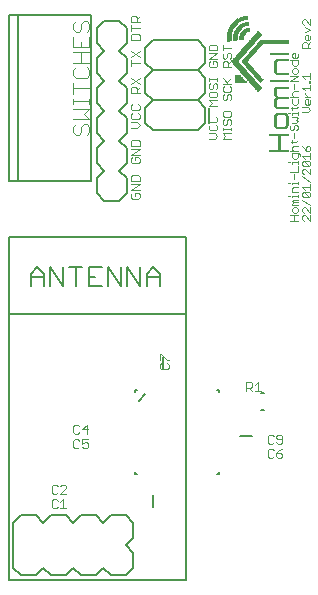
<source format=gto>
G75*
%MOIN*%
%OFA0B0*%
%FSLAX25Y25*%
%IPPOS*%
%LPD*%
%AMOC8*
5,1,8,0,0,1.08239X$1,22.5*
%
%ADD10C,0.00200*%
%ADD11C,0.00100*%
%ADD12C,0.00800*%
%ADD13C,0.00500*%
%ADD14C,0.00600*%
%ADD15C,0.00300*%
%ADD16R,0.00033X0.00360*%
%ADD17R,0.00033X0.00370*%
%ADD18R,0.00033X0.00330*%
%ADD19R,0.00033X0.00200*%
%ADD20R,0.00033X0.00500*%
%ADD21R,0.00033X0.02230*%
%ADD22R,0.00033X0.00470*%
%ADD23R,0.00033X0.00460*%
%ADD24R,0.00033X0.00400*%
%ADD25R,0.00034X0.00560*%
%ADD26R,0.00034X0.00570*%
%ADD27R,0.00034X0.02740*%
%ADD28R,0.00034X0.00530*%
%ADD29R,0.00034X0.00540*%
%ADD30R,0.00034X0.00600*%
%ADD31R,0.00033X0.00640*%
%ADD32R,0.00033X0.00630*%
%ADD33R,0.00033X0.03060*%
%ADD34R,0.00033X0.00560*%
%ADD35R,0.00033X0.00600*%
%ADD36R,0.00033X0.00570*%
%ADD37R,0.00033X0.00760*%
%ADD38R,0.00033X0.00670*%
%ADD39R,0.00033X0.00660*%
%ADD40R,0.00033X0.03340*%
%ADD41R,0.00033X0.00940*%
%ADD42R,0.00034X0.00700*%
%ADD43R,0.00034X0.03540*%
%ADD44R,0.00034X0.00640*%
%ADD45R,0.00034X0.00660*%
%ADD46R,0.00034X0.00630*%
%ADD47R,0.00034X0.00670*%
%ADD48R,0.00034X0.01070*%
%ADD49R,0.00033X0.00730*%
%ADD50R,0.00033X0.00700*%
%ADD51R,0.00033X0.03740*%
%ADD52R,0.00033X0.01200*%
%ADD53R,0.00033X0.00740*%
%ADD54R,0.00033X0.03860*%
%ADD55R,0.00033X0.01230*%
%ADD56R,0.00034X0.00760*%
%ADD57R,0.00034X0.00740*%
%ADD58R,0.00034X0.04000*%
%ADD59R,0.00034X0.00730*%
%ADD60R,0.00034X0.01200*%
%ADD61R,0.00033X0.04140*%
%ADD62R,0.00033X0.04200*%
%ADD63R,0.00034X0.04340*%
%ADD64R,0.00033X0.04400*%
%ADD65R,0.00033X0.04460*%
%ADD66R,0.00034X0.04540*%
%ADD67R,0.00033X0.04600*%
%ADD68R,0.00033X0.04660*%
%ADD69R,0.00034X0.04740*%
%ADD70R,0.00033X0.04800*%
%ADD71R,0.00033X0.04830*%
%ADD72R,0.00034X0.04860*%
%ADD73R,0.00033X0.04940*%
%ADD74R,0.00033X0.01400*%
%ADD75R,0.00033X0.01340*%
%ADD76R,0.00034X0.01170*%
%ADD77R,0.00033X0.01100*%
%ADD78R,0.00033X0.01070*%
%ADD79R,0.00033X0.01000*%
%ADD80R,0.00034X0.00970*%
%ADD81R,0.00034X0.00930*%
%ADD82R,0.00033X0.00900*%
%ADD83R,0.00033X0.00870*%
%ADD84R,0.00034X0.00870*%
%ADD85R,0.00034X0.00840*%
%ADD86R,0.00033X0.00830*%
%ADD87R,0.00033X0.00800*%
%ADD88R,0.00034X0.00770*%
%ADD89R,0.00034X0.00800*%
%ADD90R,0.00033X0.00770*%
%ADD91R,0.00033X0.01160*%
%ADD92R,0.00034X0.01160*%
%ADD93R,0.00033X0.06300*%
%ADD94R,0.00034X0.06300*%
%ADD95R,0.00033X0.00860*%
%ADD96R,0.00034X0.00860*%
%ADD97R,0.00033X0.00970*%
%ADD98R,0.00034X0.01030*%
%ADD99R,0.00033X0.01060*%
%ADD100R,0.00033X0.01140*%
%ADD101R,0.00034X0.00830*%
%ADD102R,0.00034X0.01230*%
%ADD103R,0.00033X0.00840*%
%ADD104R,0.00033X0.01430*%
%ADD105R,0.00034X0.00940*%
%ADD106R,0.00034X0.00900*%
%ADD107R,0.00034X0.01540*%
%ADD108R,0.00033X0.00960*%
%ADD109R,0.00033X0.00930*%
%ADD110R,0.00033X0.01700*%
%ADD111R,0.00033X0.01030*%
%ADD112R,0.00033X0.01860*%
%ADD113R,0.00034X0.01100*%
%ADD114R,0.00034X0.01000*%
%ADD115R,0.00033X0.01170*%
%ADD116R,0.00033X0.01130*%
%ADD117R,0.00033X0.01370*%
%ADD118R,0.00033X0.01360*%
%ADD119R,0.00033X0.01330*%
%ADD120R,0.00034X0.04900*%
%ADD121R,0.00034X0.03470*%
%ADD122R,0.00034X0.03400*%
%ADD123R,0.00034X0.05000*%
%ADD124R,0.00033X0.04860*%
%ADD125R,0.00033X0.03400*%
%ADD126R,0.00033X0.04930*%
%ADD127R,0.00033X0.03330*%
%ADD128R,0.00034X0.03330*%
%ADD129R,0.00034X0.03260*%
%ADD130R,0.00034X0.04870*%
%ADD131R,0.00033X0.04740*%
%ADD132R,0.00033X0.03270*%
%ADD133R,0.00033X0.03200*%
%ADD134R,0.00033X0.03140*%
%ADD135R,0.00033X0.04730*%
%ADD136R,0.00034X0.04600*%
%ADD137R,0.00034X0.03130*%
%ADD138R,0.00034X0.03060*%
%ADD139R,0.00034X0.04670*%
%ADD140R,0.00033X0.04540*%
%ADD141R,0.00033X0.03070*%
%ADD142R,0.00033X0.03000*%
%ADD143R,0.00033X0.02940*%
%ADD144R,0.00033X0.04530*%
%ADD145R,0.00034X0.02930*%
%ADD146R,0.00034X0.02860*%
%ADD147R,0.00034X0.00500*%
%ADD148R,0.00034X0.04470*%
%ADD149R,0.00034X0.01130*%
%ADD150R,0.00033X0.04260*%
%ADD151R,0.00033X0.02800*%
%ADD152R,0.00033X0.02770*%
%ADD153R,0.00033X0.00430*%
%ADD154R,0.00033X0.04170*%
%ADD155R,0.00033X0.02730*%
%ADD156R,0.00033X0.02660*%
%ADD157R,0.00033X0.00340*%
%ADD158R,0.00033X0.04270*%
%ADD159R,0.00034X0.04060*%
%ADD160R,0.00034X0.02600*%
%ADD161R,0.00034X0.02540*%
%ADD162R,0.00034X0.04200*%
%ADD163R,0.00033X0.03940*%
%ADD164R,0.00033X0.02500*%
%ADD165R,0.00033X0.02460*%
%ADD166R,0.00033X0.04070*%
%ADD167R,0.00033X0.03800*%
%ADD168R,0.00033X0.02330*%
%ADD169R,0.00033X0.02340*%
%ADD170R,0.00033X0.03930*%
%ADD171R,0.00034X0.03630*%
%ADD172R,0.00034X0.02200*%
%ADD173R,0.00034X0.02140*%
%ADD174R,0.00034X0.03730*%
%ADD175R,0.00033X0.03460*%
%ADD176R,0.00033X0.02000*%
%ADD177R,0.00033X0.01970*%
%ADD178R,0.00033X0.03530*%
%ADD179R,0.00033X0.03230*%
%ADD180R,0.00033X0.01800*%
%ADD181R,0.00033X0.01740*%
%ADD182R,0.00034X0.02970*%
%ADD183R,0.00034X0.01530*%
%ADD184R,0.00034X0.01460*%
%ADD185R,0.00034X0.03040*%
%ADD186R,0.00033X0.02630*%
%ADD187R,0.00033X0.02670*%
%ADD188R,0.00033X0.01960*%
%ADD189R,0.00034X0.00460*%
%ADD190R,0.00034X0.00270*%
%ADD191R,0.00034X0.00230*%
%ADD192R,0.00033X0.00070*%
%ADD193R,0.00033X0.00160*%
%ADD194R,0.00034X0.00240*%
%ADD195R,0.00033X0.00300*%
%ADD196R,0.00033X0.01300*%
%ADD197R,0.00034X0.00440*%
%ADD198R,0.00034X0.01360*%
%ADD199R,0.00033X0.00530*%
%ADD200R,0.00033X0.01500*%
%ADD201R,0.00033X0.01530*%
%ADD202R,0.00034X0.01560*%
%ADD203R,0.00033X0.01600*%
%ADD204R,0.00033X0.01630*%
%ADD205R,0.00034X0.00060*%
%ADD206R,0.00034X0.01700*%
%ADD207R,0.00033X0.00100*%
%ADD208R,0.00033X0.01730*%
%ADD209R,0.00033X0.00170*%
%ADD210R,0.00033X0.01760*%
%ADD211R,0.00034X0.01260*%
%ADD212R,0.00034X0.01800*%
%ADD213R,0.00033X0.01830*%
%ADD214R,0.00034X0.00430*%
%ADD215R,0.00034X0.01430*%
%ADD216R,0.00034X0.01900*%
%ADD217R,0.00033X0.01930*%
%ADD218R,0.00033X0.01570*%
%ADD219R,0.00034X0.01670*%
%ADD220R,0.00034X0.02000*%
%ADD221R,0.00033X0.02030*%
%ADD222R,0.00033X0.02070*%
%ADD223R,0.00034X0.01740*%
%ADD224R,0.00034X0.02070*%
%ADD225R,0.00033X0.02060*%
%ADD226R,0.00033X0.02040*%
%ADD227R,0.00034X0.01730*%
%ADD228R,0.00034X0.02030*%
%ADD229R,0.00034X0.01270*%
%ADD230R,0.00033X0.01540*%
%ADD231R,0.00034X0.01660*%
%ADD232R,0.00034X0.01830*%
%ADD233R,0.00034X0.01860*%
%ADD234R,0.00033X0.01900*%
%ADD235R,0.00033X0.02130*%
%ADD236R,0.00033X0.02200*%
%ADD237R,0.00034X0.02270*%
%ADD238R,0.00034X0.02040*%
%ADD239R,0.00034X0.02340*%
%ADD240R,0.00033X0.02360*%
%ADD241R,0.00033X0.02370*%
%ADD242R,0.00034X0.02330*%
%ADD243R,0.00034X0.02360*%
%ADD244R,0.00034X0.02370*%
%ADD245R,0.00034X0.01770*%
%ADD246R,0.00033X0.01770*%
%ADD247R,0.00034X0.01760*%
%ADD248R,0.00034X0.01970*%
%ADD249R,0.00034X0.01960*%
%ADD250R,0.00034X0.00370*%
%ADD251R,0.00034X0.01330*%
%ADD252R,0.00033X0.00130*%
%ADD253R,0.00034X0.01340*%
%ADD254R,0.00033X0.01270*%
%ADD255R,0.00034X0.01370*%
%ADD256R,0.00034X0.01300*%
%ADD257R,0.00034X0.00200*%
%ADD258R,0.00033X0.01940*%
%ADD259R,0.00034X0.01930*%
%ADD260R,0.00034X0.01040*%
%ADD261R,0.00034X0.01400*%
%ADD262R,0.00034X0.01940*%
%ADD263R,0.00034X0.01440*%
%ADD264R,0.00033X0.03660*%
%ADD265R,0.00033X0.03600*%
%ADD266R,0.00033X0.00030*%
%ADD267R,0.00033X0.00060*%
%ADD268R,0.00033X0.01470*%
%ADD269R,0.00034X0.00100*%
%ADD270R,0.00034X0.03340*%
%ADD271R,0.00034X0.01500*%
%ADD272R,0.00033X0.00230*%
%ADD273R,0.00034X0.00330*%
%ADD274R,0.00033X0.02740*%
%ADD275R,0.00034X0.02630*%
%ADD276R,0.00034X0.01600*%
%ADD277R,0.00033X0.02540*%
%ADD278R,0.00034X0.02400*%
%ADD279R,0.00034X0.01630*%
%ADD280R,0.00033X0.02260*%
%ADD281R,0.00033X0.02100*%
%ADD282R,0.00033X0.01840*%
%ADD283R,0.00033X0.01440*%
%ADD284R,0.00033X0.01660*%
%ADD285R,0.00034X0.02100*%
%ADD286R,0.00033X0.02300*%
%ADD287R,0.00034X0.02500*%
%ADD288R,0.00033X0.03030*%
%ADD289R,0.00034X0.01060*%
%ADD290R,0.00034X0.03000*%
%ADD291R,0.00033X0.02970*%
%ADD292R,0.00033X0.01260*%
%ADD293R,0.00033X0.02930*%
%ADD294R,0.00033X0.02900*%
%ADD295R,0.00033X0.01460*%
%ADD296R,0.00033X0.00540*%
%ADD297R,0.00033X0.02830*%
%ADD298R,0.00034X0.00400*%
%ADD299R,0.00034X0.02730*%
%ADD300R,0.00033X0.01560*%
%ADD301R,0.00033X0.02700*%
%ADD302R,0.00034X0.00140*%
%ADD303R,0.00034X0.02670*%
%ADD304R,0.00033X0.02640*%
%ADD305R,0.00033X0.02600*%
%ADD306R,0.00034X0.02570*%
%ADD307R,0.00033X0.02470*%
%ADD308R,0.00033X0.01640*%
%ADD309R,0.00034X0.01470*%
%ADD310R,0.00033X0.01670*%
%ADD311R,0.00034X0.02300*%
%ADD312R,0.00033X0.02170*%
%ADD313R,0.00034X0.02130*%
%ADD314R,0.00033X0.02160*%
%ADD315R,0.00033X0.02400*%
%ADD316R,0.00034X0.02430*%
%ADD317R,0.00034X0.02460*%
%ADD318R,0.00034X0.01570*%
%ADD319R,0.00033X0.02430*%
%ADD320R,0.00033X0.04630*%
%ADD321R,0.00034X0.02770*%
%ADD322R,0.00033X0.03100*%
%ADD323R,0.00034X0.04160*%
%ADD324R,0.00034X0.04140*%
%ADD325R,0.00034X0.04100*%
%ADD326R,0.00033X0.04030*%
%ADD327R,0.00033X0.04040*%
%ADD328R,0.00033X0.04000*%
%ADD329R,0.00034X0.03860*%
%ADD330R,0.00034X0.03970*%
%ADD331R,0.00033X0.03970*%
%ADD332R,0.00033X0.03900*%
%ADD333R,0.00034X0.03660*%
%ADD334R,0.00034X0.03870*%
%ADD335R,0.00033X0.03540*%
%ADD336R,0.00033X0.03770*%
%ADD337R,0.00034X0.03700*%
%ADD338R,0.00033X0.03670*%
%ADD339R,0.00033X0.03260*%
%ADD340R,0.00034X0.03200*%
%ADD341R,0.00034X0.03600*%
%ADD342R,0.00034X0.01840*%
%ADD343R,0.00033X0.03360*%
%ADD344R,0.00033X0.03300*%
%ADD345R,0.00034X0.03230*%
%ADD346R,0.00033X0.03160*%
%ADD347R,0.00034X0.03070*%
%ADD348R,0.00034X0.02840*%
%ADD349R,0.00033X0.02140*%
%ADD350R,0.00034X0.02060*%
%ADD351R,0.00034X0.01870*%
%ADD352R,0.00033X0.02270*%
%ADD353R,0.00033X0.02570*%
%ADD354R,0.00034X0.02640*%
%ADD355R,0.00034X0.00260*%
%ADD356R,0.00034X0.02760*%
%ADD357R,0.00033X0.02870*%
%ADD358R,0.00033X0.00040*%
%ADD359R,0.00034X0.03370*%
%ADD360R,0.00034X0.05160*%
%ADD361R,0.00033X0.05100*%
%ADD362R,0.00033X0.05060*%
%ADD363R,0.00033X0.04960*%
%ADD364R,0.00033X0.04900*%
%ADD365R,0.00034X0.04830*%
%ADD366R,0.00033X0.04770*%
%ADD367R,0.00034X0.04700*%
%ADD368R,0.00033X0.04670*%
%ADD369R,0.00033X0.04470*%
%ADD370R,0.00033X0.04300*%
%ADD371R,0.00033X0.04230*%
%ADD372R,0.00034X0.04170*%
%ADD373R,0.00033X0.04100*%
%ADD374R,0.00034X0.03930*%
%ADD375R,0.00033X0.03870*%
%ADD376R,0.00033X0.03630*%
%ADD377R,0.00034X0.03430*%
%ADD378R,0.00033X0.02440*%
%ADD379R,0.00034X0.02230*%
D10*
X0016350Y0026200D02*
X0016850Y0025700D01*
X0017851Y0025700D01*
X0018352Y0026200D01*
X0019297Y0025700D02*
X0021298Y0025700D01*
X0020297Y0025700D02*
X0020297Y0028703D01*
X0019297Y0027702D01*
X0018352Y0028202D02*
X0017851Y0028703D01*
X0016850Y0028703D01*
X0016350Y0028202D01*
X0016350Y0026200D01*
X0016850Y0030500D02*
X0017851Y0030500D01*
X0018352Y0031000D01*
X0019297Y0030500D02*
X0021298Y0032502D01*
X0021298Y0033002D01*
X0020798Y0033503D01*
X0019797Y0033503D01*
X0019297Y0033002D01*
X0018352Y0033002D02*
X0017851Y0033503D01*
X0016850Y0033503D01*
X0016350Y0033002D01*
X0016350Y0031000D01*
X0016850Y0030500D01*
X0019297Y0030500D02*
X0021298Y0030500D01*
X0024050Y0045700D02*
X0023550Y0046200D01*
X0023550Y0048202D01*
X0024050Y0048703D01*
X0025051Y0048703D01*
X0025552Y0048202D01*
X0026497Y0048703D02*
X0026497Y0047201D01*
X0027497Y0047702D01*
X0027998Y0047702D01*
X0028498Y0047201D01*
X0028498Y0046200D01*
X0027998Y0045700D01*
X0026997Y0045700D01*
X0026497Y0046200D01*
X0025552Y0046200D02*
X0025051Y0045700D01*
X0024050Y0045700D01*
X0026497Y0048703D02*
X0028498Y0048703D01*
X0027998Y0050500D02*
X0027998Y0053503D01*
X0026497Y0052001D01*
X0028498Y0052001D01*
X0025552Y0051000D02*
X0025051Y0050500D01*
X0024050Y0050500D01*
X0023550Y0051000D01*
X0023550Y0053002D01*
X0024050Y0053503D01*
X0025051Y0053503D01*
X0025552Y0053002D01*
X0052347Y0072600D02*
X0052848Y0072100D01*
X0054850Y0072100D01*
X0055350Y0072600D01*
X0055350Y0073601D01*
X0054850Y0074102D01*
X0054850Y0075047D02*
X0055350Y0075047D01*
X0054850Y0075047D02*
X0052848Y0077048D01*
X0052347Y0077048D01*
X0052347Y0075047D01*
X0052848Y0074102D02*
X0052347Y0073601D01*
X0052347Y0072600D01*
X0081150Y0067903D02*
X0081150Y0064900D01*
X0081150Y0065901D02*
X0082651Y0065901D01*
X0083152Y0066401D01*
X0083152Y0067402D01*
X0082651Y0067903D01*
X0081150Y0067903D01*
X0082151Y0065901D02*
X0083152Y0064900D01*
X0084097Y0064900D02*
X0086098Y0064900D01*
X0085097Y0064900D02*
X0085097Y0067903D01*
X0084097Y0066902D01*
X0088850Y0050303D02*
X0088350Y0049802D01*
X0088350Y0047800D01*
X0088850Y0047300D01*
X0089851Y0047300D01*
X0090352Y0047800D01*
X0091297Y0047800D02*
X0091797Y0047300D01*
X0092798Y0047300D01*
X0093298Y0047800D01*
X0093298Y0049802D01*
X0092798Y0050303D01*
X0091797Y0050303D01*
X0091297Y0049802D01*
X0091297Y0049302D01*
X0091797Y0048801D01*
X0093298Y0048801D01*
X0093298Y0045503D02*
X0092297Y0045002D01*
X0091297Y0044001D01*
X0092798Y0044001D01*
X0093298Y0043501D01*
X0093298Y0043000D01*
X0092798Y0042500D01*
X0091797Y0042500D01*
X0091297Y0043000D01*
X0091297Y0044001D01*
X0090352Y0043000D02*
X0089851Y0042500D01*
X0088850Y0042500D01*
X0088350Y0043000D01*
X0088350Y0045002D01*
X0088850Y0045503D01*
X0089851Y0045503D01*
X0090352Y0045002D01*
X0090352Y0049802D02*
X0089851Y0050303D01*
X0088850Y0050303D01*
X0045250Y0128900D02*
X0045750Y0129400D01*
X0045750Y0130401D01*
X0045250Y0130902D01*
X0044249Y0130902D01*
X0044249Y0129901D01*
X0043248Y0128900D02*
X0045250Y0128900D01*
X0043248Y0128900D02*
X0042747Y0129400D01*
X0042747Y0130401D01*
X0043248Y0130902D01*
X0042747Y0131847D02*
X0045750Y0133848D01*
X0042747Y0133848D01*
X0042747Y0134793D02*
X0042747Y0136294D01*
X0043248Y0136795D01*
X0045250Y0136795D01*
X0045750Y0136294D01*
X0045750Y0134793D01*
X0042747Y0134793D01*
X0042747Y0131847D02*
X0045750Y0131847D01*
X0045250Y0140686D02*
X0043248Y0140686D01*
X0042747Y0141186D01*
X0042747Y0142187D01*
X0043248Y0142688D01*
X0044249Y0142688D02*
X0044249Y0141687D01*
X0044249Y0142688D02*
X0045250Y0142688D01*
X0045750Y0142187D01*
X0045750Y0141186D01*
X0045250Y0140686D01*
X0045750Y0143633D02*
X0042747Y0143633D01*
X0045750Y0145634D01*
X0042747Y0145634D01*
X0042747Y0146579D02*
X0042747Y0148080D01*
X0043248Y0148581D01*
X0045250Y0148581D01*
X0045750Y0148080D01*
X0045750Y0146579D01*
X0042747Y0146579D01*
X0042747Y0152472D02*
X0044749Y0152472D01*
X0045750Y0153473D01*
X0044749Y0154474D01*
X0042747Y0154474D01*
X0043248Y0155419D02*
X0045250Y0155419D01*
X0045750Y0155919D01*
X0045750Y0156920D01*
X0045250Y0157420D01*
X0045250Y0158365D02*
X0045750Y0158866D01*
X0045750Y0159866D01*
X0045250Y0160367D01*
X0045250Y0158365D02*
X0043248Y0158365D01*
X0042747Y0158866D01*
X0042747Y0159866D01*
X0043248Y0160367D01*
X0043248Y0157420D02*
X0042747Y0156920D01*
X0042747Y0155919D01*
X0043248Y0155419D01*
X0042747Y0164258D02*
X0042747Y0165759D01*
X0043248Y0166260D01*
X0044249Y0166260D01*
X0044749Y0165759D01*
X0044749Y0164258D01*
X0045750Y0164258D02*
X0042747Y0164258D01*
X0044749Y0165259D02*
X0045750Y0166260D01*
X0045750Y0167205D02*
X0042747Y0169206D01*
X0042747Y0167205D02*
X0045750Y0169206D01*
X0045750Y0174099D02*
X0042747Y0174099D01*
X0042747Y0175099D02*
X0042747Y0173098D01*
X0042747Y0176044D02*
X0045750Y0178046D01*
X0045750Y0176044D02*
X0042747Y0178046D01*
X0042747Y0181937D02*
X0042747Y0183439D01*
X0043248Y0183939D01*
X0045250Y0183939D01*
X0045750Y0183439D01*
X0045750Y0181937D01*
X0042747Y0181937D01*
X0042747Y0184884D02*
X0042747Y0186886D01*
X0042747Y0187830D02*
X0042747Y0189332D01*
X0043248Y0189832D01*
X0044249Y0189832D01*
X0044749Y0189332D01*
X0044749Y0187830D01*
X0045750Y0187830D02*
X0042747Y0187830D01*
X0042747Y0185885D02*
X0045750Y0185885D01*
X0044749Y0188831D02*
X0045750Y0189832D01*
X0068848Y0179766D02*
X0068848Y0178365D01*
X0071650Y0178365D01*
X0071650Y0179766D01*
X0071183Y0180233D01*
X0069315Y0180233D01*
X0068848Y0179766D01*
X0068848Y0177471D02*
X0071650Y0177471D01*
X0068848Y0175603D01*
X0071650Y0175603D01*
X0071183Y0174709D02*
X0070249Y0174709D01*
X0070249Y0173775D01*
X0071183Y0174709D02*
X0071650Y0174242D01*
X0071650Y0173307D01*
X0071183Y0172840D01*
X0069315Y0172840D01*
X0068848Y0173307D01*
X0068848Y0174242D01*
X0069315Y0174709D01*
X0068848Y0169171D02*
X0068848Y0168236D01*
X0068848Y0168704D02*
X0071650Y0168704D01*
X0071650Y0169171D02*
X0071650Y0168236D01*
X0071183Y0167342D02*
X0071650Y0166875D01*
X0071650Y0165941D01*
X0071183Y0165474D01*
X0071183Y0164580D02*
X0069315Y0164580D01*
X0068848Y0164113D01*
X0068848Y0163179D01*
X0069315Y0162712D01*
X0071183Y0162712D01*
X0071650Y0163179D01*
X0071650Y0164113D01*
X0071183Y0164580D01*
X0070249Y0165941D02*
X0070249Y0166875D01*
X0070716Y0167342D01*
X0071183Y0167342D01*
X0070249Y0165941D02*
X0069782Y0165474D01*
X0069315Y0165474D01*
X0068848Y0165941D01*
X0068848Y0166875D01*
X0069315Y0167342D01*
X0068848Y0161818D02*
X0071650Y0161818D01*
X0071650Y0159949D02*
X0068848Y0159949D01*
X0069782Y0160884D01*
X0068848Y0161818D01*
X0069315Y0156293D02*
X0068848Y0155826D01*
X0068848Y0154892D01*
X0069315Y0154425D01*
X0071183Y0154425D01*
X0071650Y0154892D01*
X0071650Y0155826D01*
X0071183Y0156293D01*
X0071183Y0153531D02*
X0071650Y0153064D01*
X0071650Y0152129D01*
X0071183Y0151662D01*
X0069315Y0151662D01*
X0068848Y0152129D01*
X0068848Y0153064D01*
X0069315Y0153531D01*
X0068848Y0150768D02*
X0070716Y0150768D01*
X0071650Y0149834D01*
X0070716Y0148900D01*
X0068848Y0148900D01*
X0073348Y0148900D02*
X0074282Y0149834D01*
X0073348Y0150768D01*
X0076150Y0150768D01*
X0076150Y0151662D02*
X0076150Y0152596D01*
X0076150Y0152129D02*
X0073348Y0152129D01*
X0073348Y0151662D02*
X0073348Y0152596D01*
X0073815Y0153504D02*
X0074282Y0153504D01*
X0074749Y0153971D01*
X0074749Y0154905D01*
X0075216Y0155372D01*
X0075683Y0155372D01*
X0076150Y0154905D01*
X0076150Y0153971D01*
X0075683Y0153504D01*
X0075683Y0156266D02*
X0076150Y0156733D01*
X0076150Y0157667D01*
X0075683Y0158135D01*
X0073815Y0158135D01*
X0073348Y0157667D01*
X0073348Y0156733D01*
X0073815Y0156266D01*
X0075683Y0156266D01*
X0073815Y0155372D02*
X0073348Y0154905D01*
X0073348Y0153971D01*
X0073815Y0153504D01*
X0073348Y0148900D02*
X0076150Y0148900D01*
X0075683Y0161791D02*
X0076150Y0162258D01*
X0076150Y0163192D01*
X0075683Y0163659D01*
X0075216Y0163659D01*
X0074749Y0163192D01*
X0074749Y0162258D01*
X0074282Y0161791D01*
X0073815Y0161791D01*
X0073348Y0162258D01*
X0073348Y0163192D01*
X0073815Y0163659D01*
X0073815Y0164553D02*
X0075683Y0164553D01*
X0076150Y0165020D01*
X0076150Y0165955D01*
X0075683Y0166422D01*
X0076150Y0167316D02*
X0073348Y0167316D01*
X0073815Y0166422D02*
X0073348Y0165955D01*
X0073348Y0165020D01*
X0073815Y0164553D01*
X0075216Y0167316D02*
X0073348Y0169184D01*
X0074749Y0167783D02*
X0076150Y0169184D01*
X0076150Y0172840D02*
X0073348Y0172840D01*
X0073348Y0174242D01*
X0073815Y0174709D01*
X0074749Y0174709D01*
X0075216Y0174242D01*
X0075216Y0172840D01*
X0075216Y0173775D02*
X0076150Y0174709D01*
X0075683Y0175603D02*
X0076150Y0176070D01*
X0076150Y0177004D01*
X0075683Y0177471D01*
X0075216Y0177471D01*
X0074749Y0177004D01*
X0074749Y0176070D01*
X0074282Y0175603D01*
X0073815Y0175603D01*
X0073348Y0176070D01*
X0073348Y0177004D01*
X0073815Y0177471D01*
X0073348Y0178365D02*
X0073348Y0180233D01*
X0073348Y0179299D02*
X0076150Y0179299D01*
D11*
X0095698Y0175016D02*
X0098400Y0175016D01*
X0098400Y0173664D01*
X0097950Y0173214D01*
X0097049Y0173214D01*
X0096598Y0173664D01*
X0096598Y0175016D01*
X0097049Y0175792D02*
X0096598Y0176243D01*
X0096598Y0177143D01*
X0097049Y0177594D01*
X0097499Y0177594D01*
X0097499Y0175792D01*
X0097049Y0175792D02*
X0097950Y0175792D01*
X0098400Y0176243D01*
X0098400Y0177143D01*
X0099898Y0179230D02*
X0099898Y0180581D01*
X0100348Y0181031D01*
X0101249Y0181031D01*
X0101699Y0180581D01*
X0101699Y0179230D01*
X0101699Y0180131D02*
X0102600Y0181031D01*
X0102150Y0181808D02*
X0101249Y0181808D01*
X0100798Y0182258D01*
X0100798Y0183159D01*
X0101249Y0183610D01*
X0101699Y0183610D01*
X0101699Y0181808D01*
X0102150Y0181808D02*
X0102600Y0182258D01*
X0102600Y0183159D01*
X0102600Y0185287D02*
X0100798Y0184386D01*
X0100798Y0186188D02*
X0102600Y0185287D01*
X0102600Y0186964D02*
X0100798Y0188766D01*
X0100348Y0188766D01*
X0099898Y0188316D01*
X0099898Y0187415D01*
X0100348Y0186964D01*
X0102600Y0186964D02*
X0102600Y0188766D01*
X0102600Y0179230D02*
X0099898Y0179230D01*
X0097950Y0172437D02*
X0097049Y0172437D01*
X0096598Y0171987D01*
X0096598Y0171086D01*
X0097049Y0170636D01*
X0097950Y0170636D01*
X0098400Y0171086D01*
X0098400Y0171987D01*
X0097950Y0172437D01*
X0098400Y0169859D02*
X0095698Y0169859D01*
X0095698Y0168058D02*
X0098400Y0169859D01*
X0099898Y0169818D02*
X0102600Y0169818D01*
X0102600Y0168917D02*
X0102600Y0170719D01*
X0100798Y0168917D02*
X0099898Y0169818D01*
X0098400Y0168058D02*
X0095698Y0168058D01*
X0097049Y0167281D02*
X0097049Y0165479D01*
X0097049Y0164703D02*
X0098400Y0164703D01*
X0098400Y0162901D02*
X0095698Y0162901D01*
X0096598Y0163352D02*
X0096598Y0164252D01*
X0097049Y0164703D01*
X0096598Y0163352D02*
X0097049Y0162901D01*
X0096598Y0162125D02*
X0096598Y0160773D01*
X0097049Y0160323D01*
X0097950Y0160323D01*
X0098400Y0160773D01*
X0098400Y0162125D01*
X0098400Y0159505D02*
X0097950Y0159055D01*
X0096148Y0159055D01*
X0096598Y0159505D02*
X0096598Y0158604D01*
X0096598Y0157336D02*
X0098400Y0157336D01*
X0098400Y0157786D02*
X0098400Y0156885D01*
X0097950Y0156109D02*
X0096598Y0156109D01*
X0096598Y0156885D02*
X0096598Y0157336D01*
X0095698Y0157336D02*
X0095247Y0157336D01*
X0097950Y0156109D02*
X0098400Y0155658D01*
X0097950Y0155208D01*
X0098400Y0154758D01*
X0097950Y0154307D01*
X0096598Y0154307D01*
X0096148Y0153531D02*
X0095698Y0153080D01*
X0095698Y0152179D01*
X0096148Y0151729D01*
X0096598Y0151729D01*
X0097049Y0152179D01*
X0097049Y0153080D01*
X0097499Y0153531D01*
X0097950Y0153531D01*
X0098400Y0153080D01*
X0098400Y0152179D01*
X0097950Y0151729D01*
X0097049Y0150952D02*
X0097049Y0149151D01*
X0096598Y0148333D02*
X0096598Y0147432D01*
X0096148Y0147882D02*
X0097950Y0147882D01*
X0098400Y0148333D01*
X0098400Y0146655D02*
X0097049Y0146655D01*
X0096598Y0146205D01*
X0096598Y0145304D01*
X0097049Y0144854D01*
X0096598Y0144077D02*
X0096598Y0142726D01*
X0097049Y0142276D01*
X0097950Y0142276D01*
X0098400Y0142726D01*
X0098400Y0144077D01*
X0098850Y0144077D02*
X0096598Y0144077D01*
X0095698Y0144854D02*
X0098400Y0144854D01*
X0098850Y0144077D02*
X0099301Y0143627D01*
X0099301Y0143176D01*
X0099898Y0143176D02*
X0102600Y0143176D01*
X0102600Y0142276D02*
X0102600Y0144077D01*
X0102150Y0144854D02*
X0102600Y0145304D01*
X0102600Y0146205D01*
X0102150Y0146655D01*
X0101699Y0146655D01*
X0101249Y0146205D01*
X0101249Y0144854D01*
X0102150Y0144854D01*
X0101249Y0144854D02*
X0100348Y0145755D01*
X0099898Y0146655D01*
X0099898Y0143176D02*
X0100798Y0142276D01*
X0100348Y0141499D02*
X0099898Y0141049D01*
X0099898Y0140148D01*
X0100348Y0139697D01*
X0102150Y0139697D01*
X0100348Y0141499D01*
X0102150Y0141499D01*
X0102600Y0141049D01*
X0102600Y0140148D01*
X0102150Y0139697D01*
X0102600Y0138921D02*
X0102600Y0137119D01*
X0100798Y0138921D01*
X0100348Y0138921D01*
X0099898Y0138470D01*
X0099898Y0137570D01*
X0100348Y0137119D01*
X0099898Y0136343D02*
X0102600Y0134541D01*
X0102600Y0133764D02*
X0102600Y0131963D01*
X0102150Y0131186D02*
X0102600Y0130736D01*
X0102600Y0129835D01*
X0102150Y0129385D01*
X0100348Y0131186D01*
X0102150Y0131186D01*
X0100798Y0131963D02*
X0099898Y0132864D01*
X0102600Y0132864D01*
X0100348Y0131186D02*
X0099898Y0130736D01*
X0099898Y0129835D01*
X0100348Y0129385D01*
X0102150Y0129385D01*
X0099898Y0128608D02*
X0102600Y0126806D01*
X0102600Y0126030D02*
X0102600Y0124228D01*
X0100798Y0126030D01*
X0100348Y0126030D01*
X0099898Y0125579D01*
X0099898Y0124679D01*
X0100348Y0124228D01*
X0100348Y0123452D02*
X0099898Y0123001D01*
X0099898Y0122100D01*
X0100348Y0121650D01*
X0100348Y0123452D02*
X0100798Y0123452D01*
X0102600Y0121650D01*
X0102600Y0123452D01*
X0098400Y0123452D02*
X0095698Y0123452D01*
X0097049Y0123452D02*
X0097049Y0121650D01*
X0098400Y0121650D02*
X0095698Y0121650D01*
X0097049Y0124228D02*
X0097950Y0124228D01*
X0098400Y0124679D01*
X0098400Y0125579D01*
X0097950Y0126030D01*
X0097049Y0126030D01*
X0096598Y0125579D01*
X0096598Y0124679D01*
X0097049Y0124228D01*
X0096598Y0126806D02*
X0096598Y0127257D01*
X0097049Y0127707D01*
X0096598Y0128158D01*
X0097049Y0128608D01*
X0098400Y0128608D01*
X0098400Y0129385D02*
X0098400Y0130285D01*
X0098400Y0129835D02*
X0096598Y0129835D01*
X0096598Y0129385D01*
X0095698Y0129835D02*
X0095247Y0129835D01*
X0096598Y0131103D02*
X0096598Y0132455D01*
X0097049Y0132905D01*
X0098400Y0132905D01*
X0098400Y0133682D02*
X0098400Y0134582D01*
X0098400Y0134132D02*
X0096598Y0134132D01*
X0096598Y0133682D01*
X0095698Y0134132D02*
X0095247Y0134132D01*
X0097049Y0135400D02*
X0097049Y0137202D01*
X0095698Y0137979D02*
X0098400Y0137979D01*
X0098400Y0139780D01*
X0098400Y0140557D02*
X0098400Y0141458D01*
X0098400Y0141007D02*
X0096598Y0141007D01*
X0096598Y0140557D01*
X0095698Y0141007D02*
X0095247Y0141007D01*
X0096598Y0131103D02*
X0098400Y0131103D01*
X0098400Y0127707D02*
X0097049Y0127707D01*
X0096598Y0126806D02*
X0098400Y0126806D01*
X0099898Y0157745D02*
X0101699Y0157745D01*
X0102600Y0158646D01*
X0101699Y0159546D01*
X0099898Y0159546D01*
X0100798Y0160773D02*
X0100798Y0161674D01*
X0101249Y0162125D01*
X0101699Y0162125D01*
X0101699Y0160323D01*
X0101249Y0160323D02*
X0102150Y0160323D01*
X0102600Y0160773D01*
X0102600Y0161674D01*
X0102600Y0162901D02*
X0100798Y0162901D01*
X0100798Y0163802D02*
X0100798Y0164252D01*
X0100798Y0163802D02*
X0101699Y0162901D01*
X0100798Y0160773D02*
X0101249Y0160323D01*
X0100798Y0165050D02*
X0099898Y0165950D01*
X0102600Y0165950D01*
X0102600Y0165050D02*
X0102600Y0166851D01*
X0102600Y0167628D02*
X0102600Y0168078D01*
X0102150Y0168078D01*
X0102150Y0167628D01*
X0102600Y0167628D01*
D12*
X0068969Y0159300D02*
X0068969Y0154300D01*
X0067650Y0154300D02*
X0067650Y0159300D01*
X0065150Y0161800D01*
X0050150Y0161800D01*
X0047650Y0164300D01*
X0047650Y0169300D01*
X0050150Y0171800D01*
X0065150Y0171800D01*
X0067650Y0174300D01*
X0067650Y0179300D01*
X0065150Y0181800D01*
X0050150Y0181800D01*
X0047650Y0179300D01*
X0047650Y0174300D01*
X0050150Y0171800D01*
X0050150Y0161800D02*
X0047650Y0159300D01*
X0047650Y0154300D01*
X0050150Y0151800D01*
X0065150Y0151800D01*
X0067650Y0154300D01*
X0065150Y0161800D02*
X0067650Y0164300D01*
X0067650Y0169300D01*
X0065150Y0171800D01*
X0041450Y0170700D02*
X0038950Y0168200D01*
X0041450Y0165700D01*
X0041450Y0160700D01*
X0038950Y0158200D01*
X0041450Y0155700D01*
X0041450Y0150700D01*
X0038950Y0148200D01*
X0041450Y0145700D01*
X0041450Y0140700D01*
X0038950Y0138200D01*
X0041450Y0135700D01*
X0041450Y0130700D01*
X0038950Y0128200D01*
X0033950Y0128200D01*
X0031450Y0130700D01*
X0031450Y0135700D01*
X0033950Y0138200D01*
X0031450Y0140700D01*
X0031450Y0145700D01*
X0033950Y0148200D01*
X0031450Y0150700D01*
X0031450Y0155700D01*
X0033950Y0158200D01*
X0031450Y0160700D01*
X0031450Y0165700D01*
X0033950Y0168200D01*
X0031450Y0170700D01*
X0031450Y0175700D01*
X0033950Y0178200D01*
X0031450Y0180700D01*
X0031450Y0185700D01*
X0033950Y0188200D01*
X0038950Y0188200D01*
X0041450Y0185700D01*
X0041450Y0180700D01*
X0038950Y0178200D01*
X0041450Y0175700D01*
X0041450Y0170700D01*
X0029636Y0190090D02*
X0005226Y0190090D01*
X0005226Y0134972D01*
X0002077Y0134972D01*
X0002077Y0190090D01*
X0005226Y0190090D01*
X0029636Y0190090D02*
X0029636Y0134972D01*
X0005226Y0134972D01*
D13*
X0002146Y0001800D02*
X0061146Y0001800D01*
X0061146Y0090400D01*
X0002146Y0090400D01*
X0002146Y0116000D01*
X0061146Y0116000D01*
X0061146Y0090400D01*
X0041146Y0023400D02*
X0036146Y0023400D01*
X0033646Y0020900D01*
X0031146Y0023400D01*
X0026146Y0023400D01*
X0023646Y0020900D01*
X0021146Y0023400D01*
X0016146Y0023400D01*
X0013646Y0020900D01*
X0011146Y0023400D01*
X0006146Y0023400D01*
X0003646Y0020900D01*
X0003646Y0005900D01*
X0006146Y0003400D01*
X0011146Y0003400D01*
X0013646Y0005900D01*
X0016146Y0003400D01*
X0021146Y0003400D01*
X0023646Y0005900D01*
X0026146Y0003400D01*
X0031146Y0003400D01*
X0033646Y0005900D01*
X0036146Y0003400D01*
X0041146Y0003400D01*
X0043646Y0005900D01*
X0043646Y0010900D01*
X0041146Y0013400D01*
X0043646Y0015900D01*
X0043646Y0020900D01*
X0041146Y0023400D01*
X0002146Y0001800D02*
X0002146Y0090400D01*
D14*
X0009387Y0099700D02*
X0009387Y0103970D01*
X0011522Y0106105D01*
X0013657Y0103970D01*
X0013657Y0099700D01*
X0015833Y0099700D02*
X0015833Y0106105D01*
X0020103Y0099700D01*
X0020103Y0106105D01*
X0022278Y0106105D02*
X0026548Y0106105D01*
X0024413Y0106105D02*
X0024413Y0099700D01*
X0028724Y0099700D02*
X0032994Y0099700D01*
X0035169Y0099700D02*
X0035169Y0106105D01*
X0039439Y0099700D01*
X0039439Y0106105D01*
X0041615Y0106105D02*
X0045885Y0099700D01*
X0045885Y0106105D01*
X0048060Y0103970D02*
X0050195Y0106105D01*
X0052330Y0103970D01*
X0052330Y0099700D01*
X0052330Y0102903D02*
X0048060Y0102903D01*
X0048060Y0103970D02*
X0048060Y0099700D01*
X0041615Y0099700D02*
X0041615Y0106105D01*
X0032994Y0106105D02*
X0028724Y0106105D01*
X0028724Y0099700D01*
X0028724Y0102903D02*
X0030859Y0102903D01*
X0013657Y0102903D02*
X0009387Y0102903D01*
X0044050Y0065200D02*
X0044050Y0064500D01*
X0044050Y0065200D02*
X0044750Y0065200D01*
X0047650Y0063700D02*
X0045550Y0061600D01*
X0053350Y0072100D02*
X0053350Y0076100D01*
X0071350Y0065200D02*
X0072050Y0065200D01*
X0072050Y0064500D01*
X0079050Y0049700D02*
X0083050Y0049700D01*
X0086250Y0058598D02*
X0087050Y0058598D01*
X0087050Y0064198D02*
X0086250Y0064198D01*
X0072050Y0037900D02*
X0072050Y0037200D01*
X0071350Y0037200D01*
X0050050Y0030300D02*
X0050050Y0026300D01*
X0044750Y0037200D02*
X0044050Y0037200D01*
X0044050Y0037900D01*
D15*
X0028016Y0150218D02*
X0028900Y0151102D01*
X0028900Y0152870D01*
X0028016Y0153754D01*
X0027132Y0153754D01*
X0026248Y0152870D01*
X0026248Y0151102D01*
X0025364Y0150218D01*
X0024480Y0150218D01*
X0023595Y0151102D01*
X0023595Y0152870D01*
X0024480Y0153754D01*
X0023595Y0155374D02*
X0028900Y0155374D01*
X0027132Y0157142D01*
X0028900Y0158910D01*
X0023595Y0158910D01*
X0023595Y0160530D02*
X0023595Y0162299D01*
X0023595Y0161414D02*
X0028900Y0161414D01*
X0028900Y0160530D02*
X0028900Y0162299D01*
X0028900Y0165736D02*
X0023595Y0165736D01*
X0023595Y0163968D02*
X0023595Y0167504D01*
X0024480Y0169124D02*
X0023595Y0170008D01*
X0023595Y0171777D01*
X0024480Y0172661D01*
X0023595Y0174281D02*
X0028900Y0174281D01*
X0028016Y0172661D02*
X0028900Y0171777D01*
X0028900Y0170008D01*
X0028016Y0169124D01*
X0024480Y0169124D01*
X0026248Y0174281D02*
X0026248Y0177817D01*
X0026248Y0179437D02*
X0026248Y0181205D01*
X0028900Y0179437D02*
X0028900Y0182973D01*
X0028016Y0184594D02*
X0028900Y0185478D01*
X0028900Y0187246D01*
X0028016Y0188130D01*
X0027132Y0188130D01*
X0026248Y0187246D01*
X0026248Y0185478D01*
X0025364Y0184594D01*
X0024480Y0184594D01*
X0023595Y0185478D01*
X0023595Y0187246D01*
X0024480Y0188130D01*
X0023595Y0182973D02*
X0023595Y0179437D01*
X0028900Y0179437D01*
X0028900Y0177817D02*
X0023595Y0177817D01*
D16*
X0081192Y0167800D03*
X0086859Y0168400D03*
X0095492Y0165900D03*
X0095492Y0144700D03*
D17*
X0095492Y0150235D03*
X0095492Y0162565D03*
X0086359Y0165665D03*
X0086359Y0183635D03*
D18*
X0095492Y0177285D03*
X0095492Y0175015D03*
X0095492Y0170415D03*
X0095492Y0168185D03*
X0095492Y0159185D03*
D19*
X0095492Y0181320D03*
X0080059Y0174650D03*
X0076592Y0174650D03*
D20*
X0081059Y0167870D03*
X0086792Y0168400D03*
X0090659Y0164330D03*
X0090659Y0160770D03*
X0095459Y0165900D03*
X0095459Y0150230D03*
X0095459Y0144700D03*
X0086292Y0183630D03*
X0081892Y0188930D03*
D21*
X0078792Y0185265D03*
X0079692Y0183065D03*
X0077092Y0186535D03*
X0079492Y0168735D03*
X0095459Y0154765D03*
D22*
X0095459Y0159185D03*
X0095459Y0168185D03*
X0095459Y0170415D03*
X0095459Y0175015D03*
X0095459Y0177285D03*
X0089159Y0144685D03*
D23*
X0095459Y0162550D03*
X0081092Y0167850D03*
X0080159Y0174650D03*
D24*
X0076692Y0174650D03*
X0076359Y0181750D03*
X0081159Y0167820D03*
X0090359Y0168150D03*
X0090359Y0177250D03*
X0095459Y0181280D03*
D25*
X0095425Y0165900D03*
X0095425Y0144700D03*
D26*
X0095425Y0150235D03*
D27*
X0095425Y0154750D03*
X0077725Y0174650D03*
D28*
X0081025Y0167885D03*
X0095425Y0168185D03*
X0095425Y0170415D03*
X0095425Y0175015D03*
X0095425Y0177285D03*
X0095425Y0159185D03*
D29*
X0095425Y0162550D03*
D30*
X0090325Y0168150D03*
X0086725Y0168420D03*
X0090325Y0177250D03*
X0095425Y0181250D03*
X0080225Y0174650D03*
X0089225Y0150250D03*
D31*
X0095392Y0144700D03*
X0095359Y0159200D03*
X0095359Y0165900D03*
D32*
X0095359Y0162565D03*
X0095392Y0150235D03*
X0089259Y0150235D03*
X0080959Y0167935D03*
X0082392Y0184865D03*
D33*
X0077859Y0174650D03*
X0095392Y0154750D03*
D34*
X0095392Y0159200D03*
X0095392Y0165900D03*
X0089192Y0144700D03*
X0080992Y0167900D03*
D35*
X0086259Y0165680D03*
X0089559Y0168150D03*
X0091092Y0168180D03*
X0095359Y0168180D03*
X0095359Y0170420D03*
X0095392Y0170420D03*
X0095392Y0175020D03*
X0095359Y0177280D03*
X0091092Y0177280D03*
X0089559Y0177250D03*
X0086259Y0183620D03*
X0095392Y0162550D03*
D36*
X0095392Y0168165D03*
X0091059Y0168165D03*
X0091059Y0177265D03*
X0095392Y0177265D03*
X0089192Y0150235D03*
X0076759Y0174665D03*
D37*
X0086159Y0183600D03*
X0095392Y0181200D03*
X0091659Y0165800D03*
X0091659Y0159300D03*
X0094292Y0157000D03*
X0094359Y0152500D03*
X0094392Y0152500D03*
X0091759Y0152500D03*
X0091759Y0144700D03*
X0091792Y0144700D03*
X0091859Y0144700D03*
X0091892Y0144700D03*
X0091959Y0144700D03*
X0091692Y0144700D03*
X0091659Y0144700D03*
X0091592Y0144700D03*
X0091559Y0144700D03*
X0091492Y0144700D03*
X0091459Y0144700D03*
X0091392Y0144700D03*
X0091359Y0144700D03*
X0091292Y0144700D03*
X0091259Y0144700D03*
X0091192Y0144700D03*
X0091159Y0144700D03*
X0091092Y0144700D03*
X0091059Y0144700D03*
X0090992Y0144700D03*
X0090959Y0144700D03*
X0090892Y0144700D03*
X0090859Y0144700D03*
X0090792Y0144700D03*
X0090759Y0144700D03*
X0090692Y0144700D03*
X0090659Y0144700D03*
X0090592Y0144700D03*
X0090559Y0144700D03*
X0090492Y0144700D03*
X0090459Y0144700D03*
X0090392Y0144700D03*
X0090359Y0144700D03*
X0090292Y0144700D03*
X0090259Y0144700D03*
X0090192Y0144700D03*
X0090159Y0144700D03*
X0090092Y0144700D03*
X0090059Y0144700D03*
X0089992Y0144700D03*
X0089959Y0144700D03*
X0089892Y0144700D03*
X0089859Y0144700D03*
X0089792Y0144700D03*
X0089759Y0144700D03*
X0089692Y0144700D03*
X0089659Y0144700D03*
X0089592Y0144700D03*
X0089559Y0144700D03*
X0089492Y0144700D03*
X0089459Y0144700D03*
X0089392Y0144700D03*
X0092759Y0144700D03*
X0092792Y0144700D03*
X0092859Y0144700D03*
X0092892Y0144700D03*
X0092959Y0144700D03*
X0092992Y0144700D03*
X0093059Y0144700D03*
X0093092Y0144700D03*
X0093159Y0144700D03*
X0093192Y0144700D03*
X0093259Y0144700D03*
X0093292Y0144700D03*
X0093359Y0144700D03*
X0093392Y0144700D03*
X0093459Y0144700D03*
X0093492Y0144700D03*
X0093559Y0144700D03*
X0093592Y0144700D03*
X0093659Y0144700D03*
X0093692Y0144700D03*
X0093759Y0144700D03*
X0093792Y0144700D03*
X0093859Y0144700D03*
X0093892Y0144700D03*
X0093959Y0144700D03*
X0093992Y0144700D03*
X0094059Y0144700D03*
X0094092Y0144700D03*
X0094159Y0144700D03*
X0094192Y0144700D03*
X0094259Y0144700D03*
X0094292Y0144700D03*
X0094359Y0144700D03*
X0094392Y0144700D03*
X0094459Y0144700D03*
X0094492Y0144700D03*
X0094559Y0144700D03*
X0094592Y0144700D03*
X0094659Y0144700D03*
X0094692Y0144700D03*
X0094759Y0144700D03*
X0094792Y0144700D03*
X0094859Y0144700D03*
X0094892Y0144700D03*
X0094959Y0144700D03*
X0094992Y0144700D03*
X0095059Y0144700D03*
X0095092Y0144700D03*
X0095159Y0144700D03*
X0095192Y0144700D03*
X0086159Y0165700D03*
D38*
X0091159Y0168185D03*
X0091192Y0168185D03*
X0091259Y0168185D03*
X0091292Y0168185D03*
X0091359Y0168185D03*
X0091392Y0168185D03*
X0091459Y0168185D03*
X0091492Y0168185D03*
X0091559Y0168185D03*
X0091592Y0168185D03*
X0091659Y0168185D03*
X0091692Y0168185D03*
X0091759Y0168185D03*
X0091792Y0168185D03*
X0091859Y0168185D03*
X0091892Y0168185D03*
X0091959Y0168185D03*
X0091992Y0168185D03*
X0092059Y0168185D03*
X0092092Y0168185D03*
X0092159Y0168185D03*
X0092192Y0168185D03*
X0092259Y0168185D03*
X0092292Y0168185D03*
X0092359Y0168185D03*
X0092392Y0168185D03*
X0092459Y0168185D03*
X0092492Y0168185D03*
X0092559Y0168185D03*
X0092592Y0168185D03*
X0092659Y0168185D03*
X0092692Y0168185D03*
X0092759Y0168185D03*
X0092792Y0168185D03*
X0092859Y0168185D03*
X0092892Y0168185D03*
X0092959Y0168185D03*
X0092992Y0168185D03*
X0093059Y0168185D03*
X0093092Y0168185D03*
X0093159Y0168185D03*
X0093192Y0168185D03*
X0093259Y0168185D03*
X0093292Y0168185D03*
X0093359Y0168185D03*
X0093392Y0168185D03*
X0093459Y0168185D03*
X0093492Y0168185D03*
X0093559Y0168185D03*
X0093592Y0168185D03*
X0093659Y0168185D03*
X0093692Y0168185D03*
X0093759Y0168185D03*
X0093792Y0168185D03*
X0093859Y0168185D03*
X0093892Y0168185D03*
X0093959Y0168185D03*
X0093992Y0168185D03*
X0094059Y0168185D03*
X0094092Y0168185D03*
X0094159Y0168185D03*
X0094192Y0168185D03*
X0094259Y0168185D03*
X0094292Y0168185D03*
X0094359Y0168185D03*
X0094392Y0168185D03*
X0094459Y0168185D03*
X0094492Y0168185D03*
X0094559Y0168185D03*
X0094592Y0168185D03*
X0094659Y0168185D03*
X0094692Y0168185D03*
X0094759Y0168185D03*
X0094792Y0168185D03*
X0094859Y0168185D03*
X0094892Y0168185D03*
X0094959Y0168185D03*
X0094992Y0168185D03*
X0095059Y0168185D03*
X0095092Y0168185D03*
X0095159Y0168185D03*
X0095192Y0168185D03*
X0095259Y0168185D03*
X0095292Y0168185D03*
X0095292Y0170415D03*
X0095259Y0170415D03*
X0095292Y0175015D03*
X0095359Y0175015D03*
X0095292Y0177285D03*
X0095259Y0177285D03*
X0095192Y0177285D03*
X0095159Y0177285D03*
X0095092Y0177285D03*
X0095059Y0177285D03*
X0094992Y0177285D03*
X0094959Y0177285D03*
X0094892Y0177285D03*
X0094859Y0177285D03*
X0094792Y0177285D03*
X0094759Y0177285D03*
X0094692Y0177285D03*
X0094659Y0177285D03*
X0094592Y0177285D03*
X0094559Y0177285D03*
X0094492Y0177285D03*
X0094459Y0177285D03*
X0094392Y0177285D03*
X0094359Y0177285D03*
X0094292Y0177285D03*
X0094259Y0177285D03*
X0094192Y0177285D03*
X0094159Y0177285D03*
X0094092Y0177285D03*
X0094059Y0177285D03*
X0093992Y0177285D03*
X0093959Y0177285D03*
X0093892Y0177285D03*
X0093859Y0177285D03*
X0093792Y0177285D03*
X0093759Y0177285D03*
X0093692Y0177285D03*
X0093659Y0177285D03*
X0093592Y0177285D03*
X0093559Y0177285D03*
X0093492Y0177285D03*
X0093459Y0177285D03*
X0093392Y0177285D03*
X0093359Y0177285D03*
X0093292Y0177285D03*
X0093259Y0177285D03*
X0093192Y0177285D03*
X0093159Y0177285D03*
X0093092Y0177285D03*
X0093059Y0177285D03*
X0092992Y0177285D03*
X0092959Y0177285D03*
X0092892Y0177285D03*
X0092859Y0177285D03*
X0092792Y0177285D03*
X0092759Y0177285D03*
X0092692Y0177285D03*
X0092659Y0177285D03*
X0092592Y0177285D03*
X0092559Y0177285D03*
X0092492Y0177285D03*
X0092459Y0177285D03*
X0092392Y0177285D03*
X0092359Y0177285D03*
X0092292Y0177285D03*
X0092259Y0177285D03*
X0092192Y0177285D03*
X0092159Y0177285D03*
X0092092Y0177285D03*
X0092059Y0177285D03*
X0091992Y0177285D03*
X0091959Y0177285D03*
X0091892Y0177285D03*
X0091859Y0177285D03*
X0091792Y0177285D03*
X0091759Y0177285D03*
X0091692Y0177285D03*
X0091659Y0177285D03*
X0091592Y0177285D03*
X0091559Y0177285D03*
X0091492Y0177285D03*
X0091459Y0177285D03*
X0091392Y0177285D03*
X0091359Y0177285D03*
X0091292Y0177285D03*
X0091259Y0177285D03*
X0091192Y0177285D03*
X0091159Y0177285D03*
X0091892Y0170415D03*
X0095292Y0159185D03*
X0095359Y0144685D03*
X0089259Y0144685D03*
D39*
X0095359Y0150250D03*
X0095292Y0162550D03*
X0080259Y0174650D03*
X0076792Y0174650D03*
D40*
X0077992Y0174650D03*
X0091259Y0164350D03*
X0091292Y0164350D03*
X0095359Y0154750D03*
D41*
X0094592Y0156850D03*
X0091492Y0159450D03*
X0091792Y0162550D03*
X0091492Y0165650D03*
X0090092Y0168150D03*
X0090059Y0168150D03*
X0089792Y0168150D03*
X0089792Y0177250D03*
X0090059Y0177250D03*
X0090092Y0177250D03*
X0095359Y0181150D03*
D42*
X0091825Y0175000D03*
X0091825Y0170430D03*
X0091925Y0170400D03*
X0092025Y0170400D03*
X0092125Y0170400D03*
X0092225Y0170400D03*
X0092325Y0170400D03*
X0092425Y0170400D03*
X0092525Y0170400D03*
X0092625Y0170400D03*
X0092725Y0170400D03*
X0092825Y0170400D03*
X0092925Y0170400D03*
X0093025Y0170400D03*
X0093125Y0170400D03*
X0093225Y0170400D03*
X0093325Y0170400D03*
X0093425Y0170400D03*
X0093525Y0170400D03*
X0093625Y0170400D03*
X0093725Y0170400D03*
X0093825Y0170400D03*
X0093925Y0170400D03*
X0094025Y0170400D03*
X0094125Y0170400D03*
X0094225Y0170400D03*
X0094325Y0170400D03*
X0094425Y0170400D03*
X0094525Y0170400D03*
X0094625Y0170400D03*
X0094725Y0170400D03*
X0094825Y0170400D03*
X0094925Y0170400D03*
X0095025Y0170400D03*
X0095125Y0170400D03*
X0095125Y0165900D03*
X0095025Y0165900D03*
X0094925Y0165900D03*
X0094825Y0165900D03*
X0094725Y0165900D03*
X0094625Y0165900D03*
X0094525Y0165900D03*
X0094425Y0165900D03*
X0094325Y0165900D03*
X0094225Y0165900D03*
X0094125Y0165900D03*
X0094025Y0165900D03*
X0093925Y0165900D03*
X0093825Y0165900D03*
X0093725Y0165900D03*
X0093625Y0165900D03*
X0093525Y0165900D03*
X0093425Y0165900D03*
X0093325Y0165900D03*
X0093225Y0165900D03*
X0093125Y0165900D03*
X0093025Y0165900D03*
X0092925Y0165900D03*
X0092825Y0165900D03*
X0092725Y0165900D03*
X0092625Y0165900D03*
X0092525Y0165900D03*
X0092425Y0165900D03*
X0092325Y0165900D03*
X0092225Y0165900D03*
X0092125Y0165900D03*
X0092025Y0165900D03*
X0091925Y0165900D03*
X0091825Y0165870D03*
X0092125Y0162570D03*
X0092225Y0162570D03*
X0092325Y0162570D03*
X0092425Y0162570D03*
X0092525Y0162570D03*
X0092625Y0162570D03*
X0092725Y0162570D03*
X0092825Y0162570D03*
X0092925Y0162570D03*
X0093025Y0162570D03*
X0093125Y0162570D03*
X0093225Y0162570D03*
X0093325Y0162570D03*
X0093425Y0162570D03*
X0093525Y0162570D03*
X0093625Y0162570D03*
X0093725Y0162570D03*
X0093825Y0162570D03*
X0093925Y0162570D03*
X0094025Y0162570D03*
X0094125Y0162570D03*
X0094225Y0162570D03*
X0094325Y0162570D03*
X0094425Y0162570D03*
X0094525Y0162570D03*
X0094625Y0162570D03*
X0094725Y0162570D03*
X0094825Y0162570D03*
X0094925Y0162570D03*
X0095025Y0162570D03*
X0095125Y0162570D03*
X0095225Y0162570D03*
X0095225Y0165900D03*
X0095225Y0159200D03*
X0095125Y0159200D03*
X0095025Y0159200D03*
X0094925Y0159200D03*
X0094825Y0159200D03*
X0094725Y0159200D03*
X0094625Y0159200D03*
X0094525Y0159200D03*
X0094425Y0159200D03*
X0094325Y0159200D03*
X0094225Y0159200D03*
X0094125Y0159200D03*
X0094025Y0159200D03*
X0093925Y0159200D03*
X0093825Y0159200D03*
X0093725Y0159200D03*
X0093625Y0159200D03*
X0093525Y0159200D03*
X0093425Y0159200D03*
X0093325Y0159200D03*
X0093225Y0159200D03*
X0093125Y0159200D03*
X0093025Y0159200D03*
X0092925Y0159200D03*
X0092825Y0159200D03*
X0092725Y0159200D03*
X0092625Y0159200D03*
X0092525Y0159200D03*
X0092425Y0159200D03*
X0092325Y0159200D03*
X0092225Y0159200D03*
X0092125Y0159200D03*
X0092025Y0159200D03*
X0091925Y0159200D03*
X0091825Y0159230D03*
X0092025Y0157030D03*
X0092125Y0157030D03*
X0092225Y0157030D03*
X0092325Y0157030D03*
X0092425Y0157030D03*
X0092525Y0157030D03*
X0092625Y0157030D03*
X0092725Y0157030D03*
X0092825Y0157030D03*
X0092925Y0157030D03*
X0093025Y0157030D03*
X0093125Y0157030D03*
X0093225Y0157030D03*
X0093325Y0157030D03*
X0093425Y0157030D03*
X0093525Y0157030D03*
X0093625Y0157030D03*
X0093725Y0157030D03*
X0093825Y0157030D03*
X0093925Y0157030D03*
X0094025Y0157030D03*
X0094125Y0157030D03*
X0094225Y0152470D03*
X0094125Y0152430D03*
X0094025Y0152430D03*
X0093925Y0152430D03*
X0093825Y0152430D03*
X0093725Y0152430D03*
X0093625Y0152430D03*
X0093525Y0152430D03*
X0093425Y0152430D03*
X0093325Y0152430D03*
X0093225Y0152430D03*
X0093125Y0152430D03*
X0093025Y0152430D03*
X0092925Y0152430D03*
X0092825Y0152430D03*
X0092725Y0152430D03*
X0092625Y0152430D03*
X0092525Y0152430D03*
X0092425Y0152430D03*
X0092325Y0152430D03*
X0092225Y0152430D03*
X0092125Y0152430D03*
X0092025Y0152430D03*
X0091925Y0152470D03*
X0089325Y0150230D03*
X0095325Y0150230D03*
X0095325Y0144700D03*
X0082125Y0186970D03*
D43*
X0081525Y0174650D03*
X0095325Y0154750D03*
D44*
X0095325Y0159200D03*
X0095325Y0165900D03*
X0086225Y0165700D03*
X0089225Y0144700D03*
D45*
X0095325Y0162550D03*
X0080925Y0167950D03*
X0079225Y0182450D03*
D46*
X0091125Y0177265D03*
X0095325Y0177265D03*
X0095325Y0168165D03*
X0091125Y0168165D03*
D47*
X0091225Y0168185D03*
X0091325Y0168185D03*
X0091425Y0168185D03*
X0091525Y0168185D03*
X0091625Y0168185D03*
X0091725Y0168185D03*
X0091825Y0168185D03*
X0091925Y0168185D03*
X0092025Y0168185D03*
X0092125Y0168185D03*
X0092225Y0168185D03*
X0092325Y0168185D03*
X0092425Y0168185D03*
X0092525Y0168185D03*
X0092625Y0168185D03*
X0092725Y0168185D03*
X0092825Y0168185D03*
X0092925Y0168185D03*
X0093025Y0168185D03*
X0093125Y0168185D03*
X0093225Y0168185D03*
X0093325Y0168185D03*
X0093425Y0168185D03*
X0093525Y0168185D03*
X0093625Y0168185D03*
X0093725Y0168185D03*
X0093825Y0168185D03*
X0093925Y0168185D03*
X0094025Y0168185D03*
X0094125Y0168185D03*
X0094225Y0168185D03*
X0094325Y0168185D03*
X0094425Y0168185D03*
X0094525Y0168185D03*
X0094625Y0168185D03*
X0094725Y0168185D03*
X0094825Y0168185D03*
X0094925Y0168185D03*
X0095025Y0168185D03*
X0095125Y0168185D03*
X0095225Y0168185D03*
X0095225Y0170415D03*
X0095325Y0170415D03*
X0095325Y0175015D03*
X0095225Y0177285D03*
X0095125Y0177285D03*
X0095025Y0177285D03*
X0094925Y0177285D03*
X0094825Y0177285D03*
X0094725Y0177285D03*
X0094625Y0177285D03*
X0094525Y0177285D03*
X0094425Y0177285D03*
X0094325Y0177285D03*
X0094225Y0177285D03*
X0094125Y0177285D03*
X0094025Y0177285D03*
X0093925Y0177285D03*
X0093825Y0177285D03*
X0093725Y0177285D03*
X0093625Y0177285D03*
X0093525Y0177285D03*
X0093425Y0177285D03*
X0093325Y0177285D03*
X0093225Y0177285D03*
X0093125Y0177285D03*
X0093025Y0177285D03*
X0092925Y0177285D03*
X0092825Y0177285D03*
X0092725Y0177285D03*
X0092625Y0177285D03*
X0092525Y0177285D03*
X0092425Y0177285D03*
X0092325Y0177285D03*
X0092225Y0177285D03*
X0092125Y0177285D03*
X0092025Y0177285D03*
X0091925Y0177285D03*
X0091825Y0177285D03*
X0091725Y0177285D03*
X0091625Y0177285D03*
X0091525Y0177285D03*
X0091425Y0177285D03*
X0091325Y0177285D03*
X0091225Y0177285D03*
X0086225Y0183615D03*
D48*
X0086025Y0183585D03*
X0095325Y0181085D03*
X0086025Y0165715D03*
X0091425Y0152785D03*
D49*
X0091792Y0152485D03*
X0091859Y0152485D03*
X0094292Y0152485D03*
X0094359Y0156985D03*
X0094259Y0157015D03*
X0094192Y0157015D03*
X0091892Y0157015D03*
X0091859Y0157015D03*
X0091792Y0156985D03*
X0091759Y0156985D03*
X0091692Y0159285D03*
X0091859Y0165885D03*
X0091892Y0165885D03*
X0091759Y0174985D03*
X0091859Y0175015D03*
X0091892Y0175015D03*
X0091959Y0175015D03*
X0091992Y0175015D03*
X0092059Y0175015D03*
X0092092Y0175015D03*
X0092159Y0175015D03*
X0092192Y0175015D03*
X0092259Y0175015D03*
X0092292Y0175015D03*
X0092359Y0175015D03*
X0092392Y0175015D03*
X0092459Y0175015D03*
X0092492Y0175015D03*
X0092559Y0175015D03*
X0092592Y0175015D03*
X0092659Y0175015D03*
X0092692Y0175015D03*
X0092759Y0175015D03*
X0092792Y0175015D03*
X0092859Y0175015D03*
X0092892Y0175015D03*
X0092959Y0175015D03*
X0092992Y0175015D03*
X0093059Y0175015D03*
X0093092Y0175015D03*
X0093159Y0175015D03*
X0093192Y0175015D03*
X0093259Y0175015D03*
X0093292Y0175015D03*
X0093359Y0175015D03*
X0093392Y0175015D03*
X0093459Y0175015D03*
X0093492Y0175015D03*
X0093559Y0175015D03*
X0093592Y0175015D03*
X0093659Y0175015D03*
X0093692Y0175015D03*
X0093759Y0175015D03*
X0093792Y0175015D03*
X0093859Y0175015D03*
X0093892Y0175015D03*
X0093959Y0175015D03*
X0093992Y0175015D03*
X0094059Y0175015D03*
X0094092Y0175015D03*
X0094159Y0175015D03*
X0094192Y0175015D03*
X0094259Y0175015D03*
X0094292Y0175015D03*
X0094359Y0175015D03*
X0094392Y0175015D03*
X0094459Y0175015D03*
X0094492Y0175015D03*
X0094559Y0175015D03*
X0094592Y0175015D03*
X0094659Y0175015D03*
X0094692Y0175015D03*
X0094759Y0175015D03*
X0094792Y0175015D03*
X0094859Y0175015D03*
X0094892Y0175015D03*
X0094959Y0175015D03*
X0094992Y0175015D03*
X0095059Y0175015D03*
X0095092Y0175015D03*
X0095159Y0175015D03*
X0095192Y0175015D03*
X0080859Y0167985D03*
X0089359Y0144685D03*
X0095259Y0144685D03*
X0095292Y0144685D03*
D50*
X0095292Y0150230D03*
X0094259Y0152470D03*
X0094192Y0152470D03*
X0094092Y0152430D03*
X0094059Y0152430D03*
X0093992Y0152430D03*
X0093959Y0152430D03*
X0093892Y0152430D03*
X0093859Y0152430D03*
X0093792Y0152430D03*
X0093759Y0152430D03*
X0093692Y0152430D03*
X0093659Y0152430D03*
X0093592Y0152430D03*
X0093559Y0152430D03*
X0093492Y0152430D03*
X0093459Y0152430D03*
X0093392Y0152430D03*
X0093359Y0152430D03*
X0093292Y0152430D03*
X0093259Y0152430D03*
X0093192Y0152430D03*
X0093159Y0152430D03*
X0093092Y0152430D03*
X0093059Y0152430D03*
X0092992Y0152430D03*
X0092959Y0152430D03*
X0092892Y0152430D03*
X0092859Y0152430D03*
X0092792Y0152430D03*
X0092759Y0152430D03*
X0092692Y0152430D03*
X0092659Y0152430D03*
X0092592Y0152430D03*
X0092559Y0152430D03*
X0092492Y0152430D03*
X0092459Y0152430D03*
X0092392Y0152430D03*
X0092359Y0152430D03*
X0092292Y0152430D03*
X0092259Y0152430D03*
X0092192Y0152430D03*
X0092159Y0152430D03*
X0092092Y0152430D03*
X0092059Y0152430D03*
X0091959Y0152470D03*
X0091892Y0152470D03*
X0089292Y0150230D03*
X0089292Y0144700D03*
X0091959Y0157030D03*
X0091992Y0157030D03*
X0092059Y0157030D03*
X0092092Y0157030D03*
X0092159Y0157030D03*
X0092192Y0157030D03*
X0092259Y0157030D03*
X0092292Y0157030D03*
X0092359Y0157030D03*
X0092392Y0157030D03*
X0092459Y0157030D03*
X0092492Y0157030D03*
X0092559Y0157030D03*
X0092592Y0157030D03*
X0092659Y0157030D03*
X0092692Y0157030D03*
X0092759Y0157030D03*
X0092792Y0157030D03*
X0092859Y0157030D03*
X0092892Y0157030D03*
X0092959Y0157030D03*
X0092992Y0157030D03*
X0093059Y0157030D03*
X0093092Y0157030D03*
X0093159Y0157030D03*
X0093192Y0157030D03*
X0093259Y0157030D03*
X0093292Y0157030D03*
X0093359Y0157030D03*
X0093392Y0157030D03*
X0093459Y0157030D03*
X0093492Y0157030D03*
X0093559Y0157030D03*
X0093592Y0157030D03*
X0093659Y0157030D03*
X0093692Y0157030D03*
X0093759Y0157030D03*
X0093792Y0157030D03*
X0093859Y0157030D03*
X0093892Y0157030D03*
X0093959Y0157030D03*
X0093992Y0157030D03*
X0094059Y0157030D03*
X0094092Y0157030D03*
X0094159Y0157030D03*
X0094159Y0159200D03*
X0094192Y0159200D03*
X0094259Y0159200D03*
X0094292Y0159200D03*
X0094359Y0159200D03*
X0094392Y0159200D03*
X0094459Y0159200D03*
X0094492Y0159200D03*
X0094559Y0159200D03*
X0094592Y0159200D03*
X0094659Y0159200D03*
X0094692Y0159200D03*
X0094759Y0159200D03*
X0094792Y0159200D03*
X0094859Y0159200D03*
X0094892Y0159200D03*
X0094959Y0159200D03*
X0094992Y0159200D03*
X0095059Y0159200D03*
X0095092Y0159200D03*
X0095159Y0159200D03*
X0095192Y0159200D03*
X0095259Y0159200D03*
X0094092Y0159200D03*
X0094059Y0159200D03*
X0093992Y0159200D03*
X0093959Y0159200D03*
X0093892Y0159200D03*
X0093859Y0159200D03*
X0093792Y0159200D03*
X0093759Y0159200D03*
X0093692Y0159200D03*
X0093659Y0159200D03*
X0093592Y0159200D03*
X0093559Y0159200D03*
X0093492Y0159200D03*
X0093459Y0159200D03*
X0093392Y0159200D03*
X0093359Y0159200D03*
X0093292Y0159200D03*
X0093259Y0159200D03*
X0093192Y0159200D03*
X0093159Y0159200D03*
X0093092Y0159200D03*
X0093059Y0159200D03*
X0092992Y0159200D03*
X0092959Y0159200D03*
X0092892Y0159200D03*
X0092859Y0159200D03*
X0092792Y0159200D03*
X0092759Y0159200D03*
X0092692Y0159200D03*
X0092659Y0159200D03*
X0092592Y0159200D03*
X0092559Y0159200D03*
X0092492Y0159200D03*
X0092459Y0159200D03*
X0092392Y0159200D03*
X0092359Y0159200D03*
X0092292Y0159200D03*
X0092259Y0159200D03*
X0092192Y0159200D03*
X0092159Y0159200D03*
X0092092Y0159200D03*
X0092059Y0159200D03*
X0091992Y0159200D03*
X0091959Y0159200D03*
X0091892Y0159200D03*
X0091859Y0159230D03*
X0092159Y0162570D03*
X0092192Y0162570D03*
X0092259Y0162570D03*
X0092292Y0162570D03*
X0092359Y0162570D03*
X0092392Y0162570D03*
X0092459Y0162570D03*
X0092492Y0162570D03*
X0092559Y0162570D03*
X0092592Y0162570D03*
X0092659Y0162570D03*
X0092692Y0162570D03*
X0092759Y0162570D03*
X0092792Y0162570D03*
X0092859Y0162570D03*
X0092892Y0162570D03*
X0092959Y0162570D03*
X0092992Y0162570D03*
X0093059Y0162570D03*
X0093092Y0162570D03*
X0093159Y0162570D03*
X0093192Y0162570D03*
X0093259Y0162570D03*
X0093292Y0162570D03*
X0093359Y0162570D03*
X0093392Y0162570D03*
X0093459Y0162570D03*
X0093492Y0162570D03*
X0093559Y0162570D03*
X0093592Y0162570D03*
X0093659Y0162570D03*
X0093692Y0162570D03*
X0093759Y0162570D03*
X0093792Y0162570D03*
X0093859Y0162570D03*
X0093892Y0162570D03*
X0093959Y0162570D03*
X0093992Y0162570D03*
X0094059Y0162570D03*
X0094092Y0162570D03*
X0094159Y0162570D03*
X0094192Y0162570D03*
X0094259Y0162570D03*
X0094292Y0162570D03*
X0094359Y0162570D03*
X0094392Y0162570D03*
X0094459Y0162570D03*
X0094492Y0162570D03*
X0094559Y0162570D03*
X0094592Y0162570D03*
X0094659Y0162570D03*
X0094692Y0162570D03*
X0094759Y0162570D03*
X0094792Y0162570D03*
X0094859Y0162570D03*
X0094892Y0162570D03*
X0094959Y0162570D03*
X0094992Y0162570D03*
X0095059Y0162570D03*
X0095092Y0162570D03*
X0095159Y0162570D03*
X0095192Y0162570D03*
X0095259Y0162570D03*
X0095259Y0165900D03*
X0095292Y0165900D03*
X0095192Y0165900D03*
X0095159Y0165900D03*
X0095092Y0165900D03*
X0095059Y0165900D03*
X0094992Y0165900D03*
X0094959Y0165900D03*
X0094892Y0165900D03*
X0094859Y0165900D03*
X0094792Y0165900D03*
X0094759Y0165900D03*
X0094692Y0165900D03*
X0094659Y0165900D03*
X0094592Y0165900D03*
X0094559Y0165900D03*
X0094492Y0165900D03*
X0094459Y0165900D03*
X0094392Y0165900D03*
X0094359Y0165900D03*
X0094292Y0165900D03*
X0094259Y0165900D03*
X0094192Y0165900D03*
X0094159Y0165900D03*
X0094092Y0165900D03*
X0094059Y0165900D03*
X0093992Y0165900D03*
X0093959Y0165900D03*
X0093892Y0165900D03*
X0093859Y0165900D03*
X0093792Y0165900D03*
X0093759Y0165900D03*
X0093692Y0165900D03*
X0093659Y0165900D03*
X0093592Y0165900D03*
X0093559Y0165900D03*
X0093492Y0165900D03*
X0093459Y0165900D03*
X0093392Y0165900D03*
X0093359Y0165900D03*
X0093292Y0165900D03*
X0093259Y0165900D03*
X0093192Y0165900D03*
X0093159Y0165900D03*
X0093092Y0165900D03*
X0093059Y0165900D03*
X0092992Y0165900D03*
X0092959Y0165900D03*
X0092892Y0165900D03*
X0092859Y0165900D03*
X0092792Y0165900D03*
X0092759Y0165900D03*
X0092692Y0165900D03*
X0092659Y0165900D03*
X0092592Y0165900D03*
X0092559Y0165900D03*
X0092492Y0165900D03*
X0092459Y0165900D03*
X0092392Y0165900D03*
X0092359Y0165900D03*
X0092292Y0165900D03*
X0092259Y0165900D03*
X0092192Y0165900D03*
X0092159Y0165900D03*
X0092092Y0165900D03*
X0092059Y0165900D03*
X0091992Y0165900D03*
X0091959Y0165900D03*
X0090292Y0168170D03*
X0089592Y0168170D03*
X0091759Y0170430D03*
X0091792Y0170430D03*
X0091859Y0170430D03*
X0091959Y0170400D03*
X0091992Y0170400D03*
X0092059Y0170400D03*
X0092092Y0170400D03*
X0092159Y0170400D03*
X0092192Y0170400D03*
X0092259Y0170400D03*
X0092292Y0170400D03*
X0092359Y0170400D03*
X0092392Y0170400D03*
X0092459Y0170400D03*
X0092492Y0170400D03*
X0092559Y0170400D03*
X0092592Y0170400D03*
X0092659Y0170400D03*
X0092692Y0170400D03*
X0092759Y0170400D03*
X0092792Y0170400D03*
X0092859Y0170400D03*
X0092892Y0170400D03*
X0092959Y0170400D03*
X0092992Y0170400D03*
X0093059Y0170400D03*
X0093092Y0170400D03*
X0093159Y0170400D03*
X0093192Y0170400D03*
X0093259Y0170400D03*
X0093292Y0170400D03*
X0093359Y0170400D03*
X0093392Y0170400D03*
X0093459Y0170400D03*
X0093492Y0170400D03*
X0093559Y0170400D03*
X0093592Y0170400D03*
X0093659Y0170400D03*
X0093692Y0170400D03*
X0093759Y0170400D03*
X0093792Y0170400D03*
X0093859Y0170400D03*
X0093892Y0170400D03*
X0093959Y0170400D03*
X0093992Y0170400D03*
X0094059Y0170400D03*
X0094092Y0170400D03*
X0094159Y0170400D03*
X0094192Y0170400D03*
X0094259Y0170400D03*
X0094292Y0170400D03*
X0094359Y0170400D03*
X0094392Y0170400D03*
X0094459Y0170400D03*
X0094492Y0170400D03*
X0094559Y0170400D03*
X0094592Y0170400D03*
X0094659Y0170400D03*
X0094692Y0170400D03*
X0094759Y0170400D03*
X0094792Y0170400D03*
X0094859Y0170400D03*
X0094892Y0170400D03*
X0094959Y0170400D03*
X0094992Y0170400D03*
X0095059Y0170400D03*
X0095092Y0170400D03*
X0095159Y0170400D03*
X0095192Y0170400D03*
X0095259Y0175000D03*
X0091792Y0175000D03*
X0090292Y0177270D03*
X0089592Y0177270D03*
X0086192Y0183600D03*
X0086692Y0168430D03*
X0086192Y0165700D03*
X0080892Y0167970D03*
D51*
X0078159Y0174650D03*
X0095292Y0154750D03*
D52*
X0091392Y0152850D03*
X0091392Y0159620D03*
X0091392Y0165480D03*
X0086459Y0168450D03*
X0085959Y0165720D03*
X0080492Y0174650D03*
X0085959Y0183580D03*
X0086959Y0181080D03*
X0093259Y0181080D03*
X0093292Y0181080D03*
X0093359Y0181080D03*
X0093392Y0181080D03*
X0093459Y0181080D03*
X0093492Y0181080D03*
X0093559Y0181080D03*
X0093592Y0181080D03*
X0093659Y0181080D03*
X0093692Y0181080D03*
X0093759Y0181080D03*
X0093792Y0181080D03*
X0093859Y0181080D03*
X0093892Y0181080D03*
X0093959Y0181080D03*
X0093992Y0181080D03*
X0094059Y0181080D03*
X0094092Y0181080D03*
X0094159Y0181080D03*
X0094192Y0181080D03*
X0094259Y0181080D03*
X0094292Y0181080D03*
X0094359Y0181080D03*
X0094392Y0181080D03*
X0094459Y0181080D03*
X0094492Y0181080D03*
X0094559Y0181080D03*
X0094592Y0181080D03*
X0094659Y0181080D03*
X0094692Y0181080D03*
X0094759Y0181080D03*
X0094792Y0181080D03*
X0094859Y0181080D03*
X0094892Y0181080D03*
X0094959Y0181080D03*
X0094992Y0181080D03*
X0095059Y0181080D03*
X0095092Y0181080D03*
X0095159Y0181080D03*
X0095192Y0181080D03*
X0095292Y0181050D03*
D53*
X0091692Y0170450D03*
X0091759Y0165850D03*
X0091792Y0165850D03*
X0091992Y0162550D03*
X0092059Y0162550D03*
X0092092Y0162550D03*
X0091792Y0159250D03*
X0091759Y0159250D03*
X0091992Y0152450D03*
X0091959Y0150250D03*
X0091892Y0150250D03*
X0091859Y0150250D03*
X0091792Y0150250D03*
X0091759Y0150250D03*
X0091692Y0150250D03*
X0091659Y0150250D03*
X0091592Y0150250D03*
X0091559Y0150250D03*
X0091492Y0150250D03*
X0091459Y0150250D03*
X0091392Y0150250D03*
X0091359Y0150250D03*
X0091292Y0150250D03*
X0091259Y0150250D03*
X0091192Y0150250D03*
X0091159Y0150250D03*
X0091092Y0150250D03*
X0091059Y0150250D03*
X0090992Y0150250D03*
X0090959Y0150250D03*
X0090892Y0150250D03*
X0090859Y0150250D03*
X0090792Y0150250D03*
X0090759Y0150250D03*
X0090692Y0150250D03*
X0090659Y0150250D03*
X0090592Y0150250D03*
X0090559Y0150250D03*
X0090492Y0150250D03*
X0090459Y0150250D03*
X0090392Y0150250D03*
X0090359Y0150250D03*
X0090292Y0150250D03*
X0090259Y0150250D03*
X0090192Y0150250D03*
X0090159Y0150250D03*
X0090092Y0150250D03*
X0090059Y0150250D03*
X0089992Y0150250D03*
X0089959Y0150250D03*
X0089892Y0150250D03*
X0089859Y0150250D03*
X0089792Y0150250D03*
X0089759Y0150250D03*
X0089692Y0150250D03*
X0089659Y0150250D03*
X0089592Y0150250D03*
X0089559Y0150250D03*
X0089492Y0150250D03*
X0089459Y0150250D03*
X0089392Y0150250D03*
X0089359Y0150250D03*
X0092759Y0150250D03*
X0092792Y0150250D03*
X0092859Y0150250D03*
X0092892Y0150250D03*
X0092959Y0150250D03*
X0092992Y0150250D03*
X0093059Y0150250D03*
X0093092Y0150250D03*
X0093159Y0150250D03*
X0093192Y0150250D03*
X0093259Y0150250D03*
X0093292Y0150250D03*
X0093359Y0150250D03*
X0093392Y0150250D03*
X0093459Y0150250D03*
X0093492Y0150250D03*
X0093559Y0150250D03*
X0093592Y0150250D03*
X0093659Y0150250D03*
X0093692Y0150250D03*
X0093759Y0150250D03*
X0093792Y0150250D03*
X0093859Y0150250D03*
X0093892Y0150250D03*
X0093959Y0150250D03*
X0093992Y0150250D03*
X0094059Y0150250D03*
X0094092Y0150250D03*
X0094159Y0150250D03*
X0094192Y0150250D03*
X0094259Y0150250D03*
X0094292Y0150250D03*
X0094359Y0150250D03*
X0094392Y0150250D03*
X0094459Y0150250D03*
X0094492Y0150250D03*
X0094559Y0150250D03*
X0094592Y0150250D03*
X0094659Y0150250D03*
X0094692Y0150250D03*
X0094759Y0150250D03*
X0094792Y0150250D03*
X0094859Y0150250D03*
X0094892Y0150250D03*
X0094959Y0150250D03*
X0094992Y0150250D03*
X0095059Y0150250D03*
X0095092Y0150250D03*
X0095159Y0150250D03*
X0095192Y0150250D03*
X0095259Y0150250D03*
X0094159Y0152450D03*
X0080292Y0174650D03*
D54*
X0095259Y0154750D03*
D55*
X0080392Y0168235D03*
X0095259Y0181065D03*
D56*
X0091625Y0170500D03*
X0094325Y0157000D03*
X0094325Y0144700D03*
X0094225Y0144700D03*
X0094125Y0144700D03*
X0094025Y0144700D03*
X0093925Y0144700D03*
X0093825Y0144700D03*
X0093725Y0144700D03*
X0093625Y0144700D03*
X0093525Y0144700D03*
X0093425Y0144700D03*
X0093325Y0144700D03*
X0093225Y0144700D03*
X0093125Y0144700D03*
X0093025Y0144700D03*
X0092925Y0144700D03*
X0092825Y0144700D03*
X0092725Y0144700D03*
X0091925Y0144700D03*
X0091825Y0144700D03*
X0091725Y0144700D03*
X0091625Y0144700D03*
X0091525Y0144700D03*
X0091425Y0144700D03*
X0091325Y0144700D03*
X0091225Y0144700D03*
X0091125Y0144700D03*
X0091025Y0144700D03*
X0090925Y0144700D03*
X0090825Y0144700D03*
X0090725Y0144700D03*
X0090625Y0144700D03*
X0090525Y0144700D03*
X0090425Y0144700D03*
X0090325Y0144700D03*
X0090225Y0144700D03*
X0090125Y0144700D03*
X0090025Y0144700D03*
X0089925Y0144700D03*
X0089825Y0144700D03*
X0089725Y0144700D03*
X0089625Y0144700D03*
X0089525Y0144700D03*
X0089425Y0144700D03*
X0094425Y0144700D03*
X0094525Y0144700D03*
X0094625Y0144700D03*
X0094725Y0144700D03*
X0094825Y0144700D03*
X0094925Y0144700D03*
X0095025Y0144700D03*
X0095125Y0144700D03*
X0095225Y0144700D03*
X0080825Y0168000D03*
D57*
X0076825Y0174650D03*
X0089425Y0150250D03*
X0089525Y0150250D03*
X0089625Y0150250D03*
X0089725Y0150250D03*
X0089825Y0150250D03*
X0089925Y0150250D03*
X0090025Y0150250D03*
X0090125Y0150250D03*
X0090225Y0150250D03*
X0090325Y0150250D03*
X0090425Y0150250D03*
X0090525Y0150250D03*
X0090625Y0150250D03*
X0090725Y0150250D03*
X0090825Y0150250D03*
X0090925Y0150250D03*
X0091025Y0150250D03*
X0091125Y0150250D03*
X0091225Y0150250D03*
X0091325Y0150250D03*
X0091425Y0150250D03*
X0091525Y0150250D03*
X0091625Y0150250D03*
X0091725Y0150250D03*
X0091825Y0150250D03*
X0091925Y0150250D03*
X0092725Y0150250D03*
X0092825Y0150250D03*
X0092925Y0150250D03*
X0093025Y0150250D03*
X0093125Y0150250D03*
X0093225Y0150250D03*
X0093325Y0150250D03*
X0093425Y0150250D03*
X0093525Y0150250D03*
X0093625Y0150250D03*
X0093725Y0150250D03*
X0093825Y0150250D03*
X0093925Y0150250D03*
X0094025Y0150250D03*
X0094125Y0150250D03*
X0094225Y0150250D03*
X0094325Y0150250D03*
X0094425Y0150250D03*
X0094525Y0150250D03*
X0094625Y0150250D03*
X0094725Y0150250D03*
X0094825Y0150250D03*
X0094925Y0150250D03*
X0095025Y0150250D03*
X0095125Y0150250D03*
X0095225Y0150250D03*
X0092025Y0162550D03*
X0091725Y0170450D03*
D58*
X0095225Y0154750D03*
D59*
X0094325Y0152485D03*
X0091825Y0152485D03*
X0091825Y0157015D03*
X0091925Y0157015D03*
X0094225Y0157015D03*
X0089325Y0144685D03*
X0091725Y0174985D03*
X0091925Y0175015D03*
X0092025Y0175015D03*
X0092125Y0175015D03*
X0092225Y0175015D03*
X0092325Y0175015D03*
X0092425Y0175015D03*
X0092525Y0175015D03*
X0092625Y0175015D03*
X0092725Y0175015D03*
X0092825Y0175015D03*
X0092925Y0175015D03*
X0093025Y0175015D03*
X0093125Y0175015D03*
X0093225Y0175015D03*
X0093325Y0175015D03*
X0093425Y0175015D03*
X0093525Y0175015D03*
X0093625Y0175015D03*
X0093725Y0175015D03*
X0093825Y0175015D03*
X0093925Y0175015D03*
X0094025Y0175015D03*
X0094125Y0175015D03*
X0094225Y0175015D03*
X0094325Y0175015D03*
X0094425Y0175015D03*
X0094525Y0175015D03*
X0094625Y0175015D03*
X0094725Y0175015D03*
X0094825Y0175015D03*
X0094925Y0175015D03*
X0095025Y0175015D03*
X0095125Y0175015D03*
X0095225Y0175015D03*
D60*
X0095225Y0181080D03*
X0095125Y0181080D03*
X0095025Y0181080D03*
X0094925Y0181080D03*
X0094825Y0181080D03*
X0094725Y0181080D03*
X0094625Y0181080D03*
X0094525Y0181080D03*
X0094425Y0181080D03*
X0094325Y0181080D03*
X0094225Y0181080D03*
X0094125Y0181080D03*
X0094025Y0181080D03*
X0093925Y0181080D03*
X0093825Y0181080D03*
X0093725Y0181080D03*
X0093625Y0181080D03*
X0093525Y0181080D03*
X0093425Y0181080D03*
X0093325Y0181080D03*
X0093225Y0181080D03*
X0082325Y0185120D03*
X0080425Y0168220D03*
X0094725Y0152850D03*
D61*
X0095192Y0154750D03*
X0078359Y0183850D03*
D62*
X0078359Y0174650D03*
X0095159Y0154750D03*
D63*
X0095125Y0154750D03*
X0091025Y0154750D03*
X0078425Y0174650D03*
X0075825Y0183650D03*
D64*
X0075859Y0183680D03*
X0078459Y0174650D03*
X0090992Y0172720D03*
X0095092Y0154750D03*
D65*
X0095059Y0154750D03*
X0091059Y0154750D03*
X0078492Y0174650D03*
D66*
X0078525Y0174650D03*
X0075925Y0183750D03*
X0095025Y0154750D03*
D67*
X0094992Y0154750D03*
X0091092Y0172720D03*
X0075959Y0183780D03*
D68*
X0091159Y0154750D03*
X0094959Y0154750D03*
D69*
X0094925Y0154750D03*
X0091225Y0154750D03*
D70*
X0091259Y0154750D03*
X0094892Y0154750D03*
X0091192Y0172720D03*
X0076092Y0183920D03*
D71*
X0094859Y0154735D03*
D72*
X0094825Y0154750D03*
D73*
X0094792Y0154750D03*
D74*
X0094759Y0152950D03*
X0091359Y0159750D03*
X0091359Y0161820D03*
X0080259Y0168320D03*
X0086792Y0180980D03*
X0081759Y0185050D03*
X0081692Y0185020D03*
X0081659Y0185020D03*
X0081592Y0184980D03*
X0080959Y0186980D03*
X0080859Y0186950D03*
X0080792Y0186920D03*
X0081059Y0187020D03*
X0080359Y0188980D03*
X0080292Y0188980D03*
X0080259Y0188950D03*
X0080159Y0188920D03*
X0080059Y0188880D03*
X0079992Y0188850D03*
D75*
X0080859Y0189150D03*
X0081259Y0189250D03*
X0081292Y0189250D03*
X0081359Y0189250D03*
X0081392Y0189250D03*
X0081959Y0187250D03*
X0081992Y0187250D03*
X0081492Y0187150D03*
X0081459Y0187150D03*
X0082059Y0185150D03*
X0082092Y0185150D03*
X0082159Y0185150D03*
X0080559Y0174650D03*
X0077092Y0174650D03*
X0086392Y0168450D03*
X0091359Y0170850D03*
X0091592Y0162550D03*
X0091359Y0156550D03*
X0094759Y0156550D03*
D76*
X0094725Y0156665D03*
X0077025Y0174665D03*
D77*
X0079259Y0182500D03*
X0087059Y0181130D03*
X0087092Y0181130D03*
X0087159Y0181130D03*
X0087192Y0181130D03*
X0087259Y0181130D03*
X0087292Y0181130D03*
X0087359Y0181130D03*
X0087392Y0181130D03*
X0087459Y0181130D03*
X0087492Y0181130D03*
X0087559Y0181130D03*
X0087592Y0181130D03*
X0087659Y0181130D03*
X0087692Y0181130D03*
X0087759Y0181130D03*
X0087792Y0181130D03*
X0087859Y0181130D03*
X0087892Y0181130D03*
X0087959Y0181130D03*
X0087992Y0181130D03*
X0088059Y0181130D03*
X0088092Y0181130D03*
X0088159Y0181130D03*
X0088192Y0181130D03*
X0088259Y0181130D03*
X0088292Y0181130D03*
X0088359Y0181130D03*
X0088392Y0181130D03*
X0088459Y0181130D03*
X0088492Y0181130D03*
X0088559Y0181130D03*
X0088592Y0181130D03*
X0088659Y0181130D03*
X0088692Y0181130D03*
X0088759Y0181130D03*
X0088792Y0181130D03*
X0088859Y0181130D03*
X0088892Y0181130D03*
X0088959Y0181130D03*
X0086492Y0168430D03*
X0094692Y0152770D03*
D78*
X0094692Y0156715D03*
D79*
X0094659Y0156780D03*
X0094659Y0152720D03*
X0091459Y0159480D03*
X0091459Y0165620D03*
X0086059Y0165720D03*
X0080392Y0174650D03*
X0076959Y0174650D03*
D80*
X0089925Y0177265D03*
X0090025Y0177265D03*
X0090025Y0168165D03*
X0089925Y0168165D03*
X0094625Y0152665D03*
D81*
X0094625Y0156815D03*
D82*
X0094592Y0152630D03*
X0086092Y0165700D03*
X0086592Y0168430D03*
X0089759Y0168170D03*
X0090159Y0168170D03*
X0091492Y0170600D03*
X0091492Y0174830D03*
X0090159Y0177270D03*
X0089759Y0177270D03*
X0086092Y0183600D03*
X0080359Y0174670D03*
X0080692Y0168070D03*
D83*
X0091559Y0165715D03*
X0091559Y0159385D03*
X0091559Y0156885D03*
X0094559Y0156885D03*
X0094559Y0152615D03*
X0091559Y0152615D03*
D84*
X0094525Y0152585D03*
X0091525Y0174885D03*
D85*
X0086125Y0183600D03*
X0086125Y0165700D03*
X0094525Y0156900D03*
D86*
X0091592Y0159335D03*
X0091592Y0165765D03*
X0089659Y0168165D03*
X0091559Y0170535D03*
X0089659Y0177265D03*
X0080759Y0168035D03*
X0094492Y0152565D03*
D87*
X0094459Y0152550D03*
X0091659Y0152550D03*
X0091659Y0156950D03*
X0094459Y0156950D03*
X0094492Y0156920D03*
X0091892Y0162550D03*
X0091692Y0165820D03*
X0091592Y0170520D03*
X0091592Y0174920D03*
X0080792Y0168020D03*
X0076859Y0174650D03*
D88*
X0089625Y0177265D03*
X0089625Y0168165D03*
X0091725Y0165835D03*
X0091725Y0159265D03*
X0091725Y0156965D03*
X0091725Y0152535D03*
X0094425Y0152535D03*
D89*
X0094425Y0156950D03*
X0091625Y0156920D03*
X0091625Y0159320D03*
X0091925Y0162550D03*
X0091625Y0165780D03*
X0091625Y0174950D03*
X0080325Y0174650D03*
D90*
X0086659Y0168435D03*
X0090259Y0168165D03*
X0091659Y0170465D03*
X0091659Y0174965D03*
X0091692Y0174965D03*
X0090259Y0177265D03*
X0091959Y0162565D03*
X0091692Y0156965D03*
X0094392Y0156965D03*
X0091692Y0152535D03*
X0081859Y0189065D03*
D91*
X0086992Y0181100D03*
X0091092Y0181100D03*
X0091159Y0181100D03*
X0091192Y0181100D03*
X0091259Y0181100D03*
X0091292Y0181100D03*
X0091359Y0181100D03*
X0091392Y0181100D03*
X0091459Y0181100D03*
X0091492Y0181100D03*
X0091559Y0181100D03*
X0091592Y0181100D03*
X0091659Y0181100D03*
X0091692Y0181100D03*
X0091759Y0181100D03*
X0091792Y0181100D03*
X0091859Y0181100D03*
X0091892Y0181100D03*
X0091959Y0181100D03*
X0091992Y0181100D03*
X0092059Y0181100D03*
X0092092Y0181100D03*
X0092159Y0181100D03*
X0092192Y0181100D03*
X0092259Y0181100D03*
X0092292Y0181100D03*
X0092359Y0181100D03*
X0092392Y0181100D03*
X0092459Y0181100D03*
X0092492Y0181100D03*
X0092559Y0181100D03*
X0092592Y0181100D03*
X0092659Y0181100D03*
X0092692Y0181100D03*
X0092759Y0181100D03*
X0092792Y0181100D03*
X0092859Y0181100D03*
X0092892Y0181100D03*
X0092959Y0181100D03*
X0092992Y0181100D03*
X0093059Y0181100D03*
X0093092Y0181100D03*
X0093159Y0181100D03*
X0093192Y0181100D03*
X0080459Y0168200D03*
D92*
X0091125Y0181100D03*
X0091225Y0181100D03*
X0091325Y0181100D03*
X0091425Y0181100D03*
X0091525Y0181100D03*
X0091625Y0181100D03*
X0091725Y0181100D03*
X0091825Y0181100D03*
X0091925Y0181100D03*
X0092025Y0181100D03*
X0092125Y0181100D03*
X0092225Y0181100D03*
X0092325Y0181100D03*
X0092425Y0181100D03*
X0092525Y0181100D03*
X0092625Y0181100D03*
X0092725Y0181100D03*
X0092825Y0181100D03*
X0092925Y0181100D03*
X0093025Y0181100D03*
X0093125Y0181100D03*
D93*
X0092692Y0147470D03*
X0092659Y0147470D03*
X0092592Y0147470D03*
X0092559Y0147470D03*
X0092492Y0147470D03*
X0092459Y0147470D03*
X0092392Y0147470D03*
X0092359Y0147470D03*
X0092292Y0147470D03*
X0092259Y0147470D03*
X0092192Y0147470D03*
X0092159Y0147470D03*
X0092092Y0147470D03*
X0092059Y0147470D03*
X0091992Y0147470D03*
D94*
X0092025Y0147470D03*
X0092125Y0147470D03*
X0092225Y0147470D03*
X0092325Y0147470D03*
X0092425Y0147470D03*
X0092525Y0147470D03*
X0092625Y0147470D03*
D95*
X0091859Y0162550D03*
X0090192Y0168150D03*
X0089692Y0168150D03*
X0089692Y0177250D03*
X0090192Y0177250D03*
X0076892Y0174650D03*
D96*
X0080725Y0168050D03*
X0091525Y0170550D03*
X0091825Y0162550D03*
X0091525Y0156850D03*
D97*
X0091459Y0156765D03*
X0091759Y0162565D03*
X0089992Y0168165D03*
X0089959Y0168165D03*
X0089892Y0168165D03*
X0089859Y0168165D03*
X0091459Y0170635D03*
X0089992Y0177265D03*
X0089959Y0177265D03*
X0089892Y0177265D03*
X0089859Y0177265D03*
X0086559Y0168435D03*
D98*
X0086525Y0168435D03*
X0091425Y0170665D03*
X0091425Y0174765D03*
X0091725Y0162565D03*
X0091425Y0162035D03*
X0091425Y0156735D03*
D99*
X0091692Y0162550D03*
X0080559Y0168150D03*
X0076992Y0174650D03*
D100*
X0080459Y0174650D03*
X0091392Y0170750D03*
X0090692Y0164350D03*
X0091659Y0162550D03*
D101*
X0090225Y0168165D03*
X0086625Y0168435D03*
X0090225Y0177265D03*
X0091625Y0152565D03*
D102*
X0091625Y0162565D03*
X0085925Y0165735D03*
X0086925Y0181065D03*
D103*
X0091559Y0174900D03*
X0091592Y0156900D03*
X0091592Y0152600D03*
D104*
X0091559Y0162565D03*
X0091359Y0165365D03*
X0086759Y0180965D03*
X0081559Y0184965D03*
X0081492Y0184935D03*
X0080692Y0186865D03*
X0080659Y0186865D03*
X0080592Y0186835D03*
X0080892Y0186965D03*
X0079959Y0188835D03*
X0079792Y0188765D03*
X0080192Y0188935D03*
X0080592Y0174665D03*
D105*
X0076925Y0174650D03*
X0089825Y0177250D03*
X0089825Y0168150D03*
X0091525Y0152650D03*
D106*
X0091525Y0159400D03*
X0091525Y0165700D03*
X0090125Y0168170D03*
X0089725Y0168170D03*
X0089725Y0177270D03*
X0090125Y0177270D03*
D107*
X0091525Y0162550D03*
X0081325Y0184850D03*
X0079025Y0188350D03*
D108*
X0082092Y0187100D03*
X0086059Y0183600D03*
X0091459Y0174800D03*
X0091492Y0152700D03*
D109*
X0091492Y0156815D03*
X0080659Y0168085D03*
X0082359Y0184985D03*
D110*
X0080992Y0184600D03*
X0080959Y0184570D03*
X0079659Y0186230D03*
X0079692Y0186270D03*
X0078292Y0187830D03*
X0078259Y0187800D03*
X0077259Y0174670D03*
X0079992Y0168470D03*
X0085259Y0169530D03*
X0085759Y0168970D03*
X0085792Y0168930D03*
X0085992Y0168700D03*
X0091492Y0162570D03*
D111*
X0091459Y0152735D03*
X0080592Y0168135D03*
D112*
X0080792Y0174650D03*
X0086359Y0180750D03*
X0079259Y0185850D03*
X0077759Y0187350D03*
X0091459Y0162550D03*
D113*
X0091425Y0165570D03*
X0091425Y0159530D03*
X0080525Y0168170D03*
X0087125Y0181130D03*
X0087225Y0181130D03*
X0087325Y0181130D03*
X0087425Y0181130D03*
X0087525Y0181130D03*
X0087625Y0181130D03*
X0087725Y0181130D03*
X0087825Y0181130D03*
X0087925Y0181130D03*
X0088025Y0181130D03*
X0088125Y0181130D03*
X0088225Y0181130D03*
X0088325Y0181130D03*
X0088425Y0181130D03*
X0088525Y0181130D03*
X0088625Y0181130D03*
X0088725Y0181130D03*
X0088825Y0181130D03*
X0088925Y0181130D03*
D114*
X0080625Y0168120D03*
X0091425Y0163080D03*
D115*
X0091392Y0161965D03*
X0090692Y0160765D03*
X0091392Y0156665D03*
D116*
X0091392Y0163185D03*
X0085992Y0165715D03*
X0080492Y0168185D03*
X0088992Y0181115D03*
X0089059Y0181115D03*
X0089092Y0181115D03*
X0089159Y0181115D03*
X0089192Y0181115D03*
X0089259Y0181115D03*
X0089292Y0181115D03*
X0089359Y0181115D03*
X0089392Y0181115D03*
X0089459Y0181115D03*
X0089492Y0181115D03*
X0089559Y0181115D03*
X0089592Y0181115D03*
X0089659Y0181115D03*
X0089692Y0181115D03*
X0089759Y0181115D03*
X0089792Y0181115D03*
X0089859Y0181115D03*
X0089892Y0181115D03*
X0089959Y0181115D03*
X0089992Y0181115D03*
X0090059Y0181115D03*
X0090092Y0181115D03*
X0090159Y0181115D03*
X0090192Y0181115D03*
X0090259Y0181115D03*
X0090292Y0181115D03*
X0090359Y0181115D03*
X0090392Y0181115D03*
X0090459Y0181115D03*
X0090492Y0181115D03*
X0090559Y0181115D03*
X0090592Y0181115D03*
X0090659Y0181115D03*
X0090692Y0181115D03*
X0090759Y0181115D03*
X0090792Y0181115D03*
X0090859Y0181115D03*
X0090892Y0181115D03*
X0090959Y0181115D03*
X0090992Y0181115D03*
X0091059Y0181115D03*
X0091392Y0174685D03*
X0085992Y0183585D03*
D117*
X0085859Y0183565D03*
X0081792Y0185065D03*
X0081192Y0187065D03*
X0081159Y0187065D03*
X0081092Y0187035D03*
X0081392Y0187135D03*
X0081559Y0187165D03*
X0080959Y0189165D03*
X0080892Y0189165D03*
X0080792Y0189135D03*
X0080759Y0189135D03*
X0080592Y0189065D03*
X0080559Y0189065D03*
X0080492Y0189035D03*
X0080459Y0189035D03*
X0086359Y0168465D03*
X0085859Y0165735D03*
X0091359Y0152965D03*
D118*
X0091359Y0163300D03*
X0080292Y0168300D03*
X0081859Y0185100D03*
X0081892Y0185100D03*
X0081292Y0187100D03*
X0081259Y0187100D03*
X0080992Y0187000D03*
X0080392Y0189000D03*
X0080659Y0189100D03*
X0080692Y0189100D03*
X0081059Y0189200D03*
X0081092Y0189200D03*
D119*
X0081159Y0189215D03*
X0081192Y0189215D03*
X0080992Y0189185D03*
X0081459Y0189285D03*
X0081492Y0189285D03*
X0081559Y0189285D03*
X0081659Y0189315D03*
X0081692Y0189315D03*
X0081759Y0189315D03*
X0081759Y0187215D03*
X0081792Y0187215D03*
X0081859Y0187215D03*
X0081692Y0187185D03*
X0081659Y0187185D03*
X0081592Y0187185D03*
X0081359Y0187115D03*
X0081959Y0185115D03*
X0081992Y0185115D03*
X0086859Y0181015D03*
X0091359Y0174585D03*
D120*
X0091325Y0154730D03*
D121*
X0091325Y0160785D03*
D122*
X0091325Y0164350D03*
X0078025Y0174650D03*
X0077825Y0183420D03*
D123*
X0076225Y0184020D03*
X0091325Y0172720D03*
D124*
X0091292Y0154750D03*
D125*
X0091292Y0160780D03*
X0081459Y0174650D03*
D126*
X0091259Y0172715D03*
X0091292Y0172715D03*
D127*
X0090759Y0172715D03*
X0091259Y0160785D03*
X0075392Y0183085D03*
D128*
X0091225Y0160785D03*
D129*
X0091225Y0164350D03*
D130*
X0091225Y0172715D03*
D131*
X0091192Y0154750D03*
D132*
X0091192Y0160785D03*
D133*
X0091159Y0160780D03*
X0091192Y0164350D03*
X0076459Y0185250D03*
D134*
X0077659Y0183250D03*
X0077892Y0174650D03*
X0081359Y0174650D03*
X0091159Y0164350D03*
D135*
X0091159Y0172715D03*
D136*
X0091125Y0154750D03*
D137*
X0091125Y0160785D03*
X0075325Y0182985D03*
D138*
X0081325Y0174650D03*
X0091125Y0164350D03*
D139*
X0091125Y0172715D03*
D140*
X0091092Y0154750D03*
D141*
X0091092Y0160785D03*
X0080492Y0183585D03*
D142*
X0077592Y0183180D03*
X0075292Y0182920D03*
X0081292Y0174650D03*
X0091092Y0164350D03*
X0091059Y0160780D03*
D143*
X0091059Y0164350D03*
X0081259Y0174650D03*
D144*
X0091059Y0172715D03*
D145*
X0091025Y0160785D03*
X0080325Y0183515D03*
D146*
X0080225Y0183450D03*
X0081225Y0174650D03*
X0091025Y0164350D03*
D147*
X0091025Y0168170D03*
X0091025Y0177270D03*
D148*
X0091025Y0172715D03*
D149*
X0091025Y0181115D03*
X0090925Y0181115D03*
X0090825Y0181115D03*
X0090725Y0181115D03*
X0090625Y0181115D03*
X0090525Y0181115D03*
X0090425Y0181115D03*
X0090325Y0181115D03*
X0090225Y0181115D03*
X0090125Y0181115D03*
X0090025Y0181115D03*
X0089925Y0181115D03*
X0089825Y0181115D03*
X0089725Y0181115D03*
X0089625Y0181115D03*
X0089525Y0181115D03*
X0089425Y0181115D03*
X0089325Y0181115D03*
X0089225Y0181115D03*
X0089125Y0181115D03*
X0089025Y0181115D03*
X0087025Y0181115D03*
D150*
X0078392Y0174650D03*
X0090992Y0154750D03*
D151*
X0090992Y0160780D03*
X0081192Y0174650D03*
X0077759Y0174650D03*
X0080159Y0183420D03*
D152*
X0090992Y0164335D03*
D153*
X0090992Y0168165D03*
X0090992Y0177265D03*
X0082159Y0186835D03*
X0089159Y0150235D03*
D154*
X0090959Y0154765D03*
X0078392Y0183865D03*
D155*
X0076659Y0185785D03*
X0090959Y0160785D03*
D156*
X0090959Y0164350D03*
X0080059Y0183350D03*
X0076692Y0185850D03*
X0077692Y0174650D03*
D157*
X0076659Y0174650D03*
X0090959Y0177250D03*
X0090959Y0168150D03*
D158*
X0090959Y0172715D03*
D159*
X0090925Y0154750D03*
D160*
X0090925Y0160780D03*
D161*
X0090925Y0164350D03*
X0077625Y0174650D03*
D162*
X0090925Y0172720D03*
D163*
X0090892Y0154750D03*
X0078259Y0174650D03*
D164*
X0078259Y0168870D03*
X0078292Y0168870D03*
X0078359Y0168870D03*
X0078192Y0168870D03*
X0078159Y0168870D03*
X0078092Y0168870D03*
X0078059Y0168870D03*
X0077992Y0168870D03*
X0077959Y0168870D03*
X0077892Y0168870D03*
X0077859Y0168870D03*
X0077392Y0182900D03*
X0076792Y0186030D03*
X0079892Y0183230D03*
X0090892Y0160800D03*
D165*
X0090892Y0164350D03*
X0081059Y0174650D03*
X0077592Y0174650D03*
X0078392Y0168850D03*
X0078459Y0168850D03*
X0078492Y0168850D03*
X0078559Y0168850D03*
X0078592Y0168850D03*
X0078659Y0168850D03*
X0078692Y0168850D03*
X0078759Y0168850D03*
X0078792Y0168850D03*
X0078859Y0168850D03*
X0078892Y0168850D03*
X0078959Y0168850D03*
X0078992Y0168850D03*
X0079059Y0168850D03*
X0079092Y0168850D03*
X0079159Y0168850D03*
X0079192Y0168850D03*
X0079259Y0168850D03*
X0079292Y0168850D03*
D166*
X0090892Y0172715D03*
D167*
X0090859Y0154750D03*
X0078192Y0174650D03*
X0078092Y0183650D03*
X0076359Y0184820D03*
D168*
X0076959Y0186315D03*
X0079759Y0183115D03*
X0082692Y0180485D03*
X0082659Y0180415D03*
X0082559Y0180315D03*
X0082459Y0180215D03*
X0082392Y0180115D03*
X0082359Y0180085D03*
X0082292Y0180015D03*
X0082259Y0179985D03*
X0082192Y0179915D03*
X0082092Y0179785D03*
X0081992Y0179685D03*
X0081859Y0179515D03*
X0081759Y0179415D03*
X0081659Y0179315D03*
X0081592Y0179215D03*
X0081559Y0179185D03*
X0081492Y0179115D03*
X0081459Y0179085D03*
X0081392Y0179015D03*
X0081292Y0178885D03*
X0081192Y0178785D03*
X0081059Y0178615D03*
X0080959Y0178515D03*
X0080792Y0178315D03*
X0080759Y0178285D03*
X0080692Y0178215D03*
X0080659Y0178185D03*
X0080492Y0177985D03*
X0080392Y0177885D03*
X0080259Y0177715D03*
X0080159Y0177615D03*
X0080059Y0177485D03*
X0079992Y0177415D03*
X0079959Y0177385D03*
X0079892Y0177315D03*
X0079859Y0177285D03*
X0079792Y0177185D03*
X0079692Y0177085D03*
X0079592Y0176985D03*
X0079559Y0176915D03*
X0079459Y0176815D03*
X0079359Y0176715D03*
X0079292Y0176615D03*
X0079259Y0176585D03*
X0079192Y0176515D03*
X0079159Y0176485D03*
X0079092Y0176415D03*
X0078992Y0176285D03*
X0078892Y0176185D03*
X0078759Y0176015D03*
X0078659Y0175915D03*
X0078659Y0173385D03*
X0078759Y0173285D03*
X0078892Y0173115D03*
X0078992Y0173015D03*
X0079159Y0172815D03*
X0079192Y0172785D03*
X0079259Y0172715D03*
X0079292Y0172685D03*
X0079459Y0172485D03*
X0079559Y0172385D03*
X0079692Y0172215D03*
X0079792Y0172115D03*
X0079892Y0171985D03*
X0079959Y0171915D03*
X0079992Y0171885D03*
X0080059Y0171815D03*
X0080092Y0171785D03*
X0080159Y0171685D03*
X0080259Y0171585D03*
X0080359Y0171485D03*
X0080492Y0171315D03*
X0080592Y0171215D03*
X0080659Y0171115D03*
X0080692Y0171085D03*
X0080759Y0171015D03*
X0080792Y0170985D03*
X0080859Y0170915D03*
X0080959Y0170785D03*
X0081059Y0170685D03*
X0081192Y0170515D03*
X0081292Y0170415D03*
X0081392Y0170315D03*
X0081459Y0170215D03*
X0081492Y0170185D03*
X0081559Y0170115D03*
X0081592Y0170085D03*
X0081659Y0170015D03*
X0081759Y0169885D03*
X0081859Y0169785D03*
X0081992Y0169615D03*
X0082092Y0169515D03*
X0082259Y0169315D03*
X0082292Y0169285D03*
X0082359Y0169215D03*
X0082392Y0169185D03*
X0082559Y0168985D03*
X0082659Y0168885D03*
X0082792Y0168715D03*
X0082892Y0168615D03*
X0083059Y0168415D03*
X0083092Y0168385D03*
X0083159Y0168315D03*
X0083192Y0168285D03*
X0083259Y0168185D03*
X0083359Y0168085D03*
X0083459Y0167985D03*
X0083592Y0167815D03*
X0083692Y0167715D03*
X0083792Y0167585D03*
X0083859Y0167515D03*
X0083892Y0167485D03*
X0083959Y0167415D03*
X0083992Y0167385D03*
X0084059Y0167285D03*
X0084159Y0167185D03*
X0084292Y0167015D03*
X0084392Y0166915D03*
X0084492Y0166815D03*
X0084559Y0166715D03*
X0084592Y0166685D03*
X0084659Y0166615D03*
X0084692Y0166585D03*
X0084759Y0166515D03*
X0084859Y0166385D03*
X0084959Y0166285D03*
X0085092Y0166115D03*
X0085192Y0166015D03*
X0085359Y0165815D03*
X0085392Y0165785D03*
X0090859Y0160785D03*
X0082792Y0180585D03*
X0082892Y0180685D03*
X0082959Y0180785D03*
X0082992Y0180815D03*
X0083059Y0180885D03*
X0083092Y0180915D03*
X0083159Y0180985D03*
X0083192Y0181015D03*
X0083259Y0181115D03*
X0083359Y0181215D03*
X0083492Y0181385D03*
X0083592Y0181485D03*
X0083692Y0181585D03*
X0083759Y0181685D03*
X0083792Y0181715D03*
X0083859Y0181785D03*
X0083892Y0181815D03*
X0083959Y0181885D03*
X0084059Y0182015D03*
X0084159Y0182115D03*
X0084292Y0182285D03*
X0084392Y0182385D03*
X0084559Y0182585D03*
X0084592Y0182615D03*
X0084659Y0182685D03*
X0084692Y0182715D03*
X0084759Y0182815D03*
X0084859Y0182915D03*
X0084959Y0183015D03*
X0085092Y0183185D03*
X0085192Y0183285D03*
X0085292Y0183415D03*
X0085359Y0183485D03*
X0085392Y0183515D03*
D169*
X0085159Y0183250D03*
X0085059Y0183150D03*
X0084992Y0183050D03*
X0084892Y0182950D03*
X0084792Y0182850D03*
X0084459Y0182450D03*
X0084359Y0182350D03*
X0084259Y0182250D03*
X0084192Y0182150D03*
X0084092Y0182050D03*
X0083992Y0181950D03*
X0083659Y0181550D03*
X0083559Y0181450D03*
X0083392Y0181250D03*
X0083292Y0181150D03*
X0082859Y0180650D03*
X0082759Y0180550D03*
X0082592Y0180350D03*
X0082492Y0180250D03*
X0082159Y0179850D03*
X0082059Y0179750D03*
X0081959Y0179650D03*
X0081892Y0179550D03*
X0081792Y0179450D03*
X0081692Y0179350D03*
X0081359Y0178950D03*
X0081259Y0178850D03*
X0081159Y0178750D03*
X0081092Y0178650D03*
X0080992Y0178550D03*
X0080892Y0178450D03*
X0080559Y0178050D03*
X0080459Y0177950D03*
X0080359Y0177850D03*
X0080292Y0177750D03*
X0080192Y0177650D03*
X0079759Y0177150D03*
X0079659Y0177050D03*
X0079492Y0176850D03*
X0079392Y0176750D03*
X0078959Y0176250D03*
X0078859Y0176150D03*
X0078792Y0176050D03*
X0078692Y0175950D03*
X0078592Y0175850D03*
X0078592Y0173450D03*
X0078692Y0173350D03*
X0078792Y0173250D03*
X0078959Y0173050D03*
X0079059Y0172950D03*
X0079392Y0172550D03*
X0079492Y0172450D03*
X0079592Y0172350D03*
X0079659Y0172250D03*
X0079759Y0172150D03*
X0080192Y0171650D03*
X0080292Y0171550D03*
X0080459Y0171350D03*
X0080559Y0171250D03*
X0080992Y0170750D03*
X0081092Y0170650D03*
X0081259Y0170450D03*
X0081359Y0170350D03*
X0081692Y0169950D03*
X0081792Y0169850D03*
X0081892Y0169750D03*
X0081959Y0169650D03*
X0082059Y0169550D03*
X0082159Y0169450D03*
X0082492Y0169050D03*
X0082592Y0168950D03*
X0082692Y0168850D03*
X0082759Y0168750D03*
X0082859Y0168650D03*
X0083292Y0168150D03*
X0083392Y0168050D03*
X0083559Y0167850D03*
X0083659Y0167750D03*
X0084092Y0167250D03*
X0084192Y0167150D03*
X0084359Y0166950D03*
X0084459Y0166850D03*
X0084892Y0166350D03*
X0084992Y0166250D03*
X0085059Y0166150D03*
X0085159Y0166050D03*
X0085259Y0165950D03*
X0090859Y0164350D03*
X0080992Y0174650D03*
D170*
X0090859Y0172715D03*
D171*
X0090825Y0154765D03*
D172*
X0090825Y0160780D03*
X0080925Y0174650D03*
X0079525Y0168720D03*
X0078825Y0185320D03*
X0077125Y0186580D03*
D173*
X0090825Y0164350D03*
D174*
X0090825Y0172715D03*
X0075525Y0183285D03*
D175*
X0077859Y0183450D03*
X0081492Y0174650D03*
X0090792Y0154750D03*
D176*
X0090792Y0160780D03*
X0082159Y0176150D03*
X0082192Y0176180D03*
X0082459Y0176480D03*
X0082492Y0176520D03*
X0082692Y0176750D03*
X0082759Y0176820D03*
X0082792Y0176850D03*
X0082959Y0177050D03*
X0082992Y0177080D03*
X0083059Y0177150D03*
X0083092Y0177180D03*
X0083259Y0177380D03*
X0083292Y0177420D03*
X0083359Y0177480D03*
X0083392Y0177520D03*
X0083459Y0177620D03*
X0083492Y0177650D03*
X0083559Y0177720D03*
X0083592Y0177750D03*
X0083659Y0177820D03*
X0083692Y0177850D03*
X0083759Y0177950D03*
X0083792Y0177980D03*
X0083859Y0178050D03*
X0083892Y0178080D03*
X0083959Y0178150D03*
X0084059Y0178280D03*
X0084092Y0178320D03*
X0084159Y0178380D03*
X0084192Y0178420D03*
X0084292Y0178550D03*
X0084359Y0178620D03*
X0084392Y0178650D03*
X0084459Y0178720D03*
X0084592Y0178880D03*
X0084659Y0178950D03*
X0084692Y0178980D03*
X0084892Y0179220D03*
X0084959Y0179280D03*
X0085159Y0179520D03*
X0085192Y0179550D03*
X0085459Y0179850D03*
X0085492Y0179880D03*
X0079559Y0182950D03*
X0079059Y0185650D03*
X0077492Y0187050D03*
X0077459Y0187020D03*
X0077392Y0174650D03*
D177*
X0081692Y0175635D03*
X0081959Y0175935D03*
X0081992Y0175965D03*
X0082059Y0176035D03*
X0082092Y0176065D03*
X0082259Y0176265D03*
X0082359Y0176365D03*
X0082592Y0176635D03*
X0082859Y0176935D03*
X0082892Y0176965D03*
X0083159Y0177265D03*
X0085559Y0183535D03*
X0080692Y0184265D03*
X0079092Y0185665D03*
X0075092Y0182435D03*
X0085559Y0165765D03*
X0090792Y0164335D03*
X0090659Y0154765D03*
D178*
X0090792Y0172715D03*
X0077892Y0183485D03*
X0076392Y0185015D03*
X0075459Y0183185D03*
D179*
X0075359Y0183035D03*
X0081392Y0174665D03*
X0090759Y0154765D03*
D180*
X0090759Y0160780D03*
X0085659Y0165750D03*
X0079892Y0168520D03*
X0080759Y0174650D03*
X0077292Y0174650D03*
X0079459Y0182820D03*
X0077959Y0187550D03*
X0085659Y0183550D03*
D181*
X0085692Y0183550D03*
X0081892Y0173350D03*
X0082059Y0173150D03*
X0082159Y0173050D03*
X0082592Y0172550D03*
X0082692Y0172450D03*
X0082859Y0172250D03*
X0082959Y0172150D03*
X0083292Y0171750D03*
X0083392Y0171650D03*
X0083492Y0171550D03*
X0083559Y0171450D03*
X0083659Y0171350D03*
X0084092Y0170850D03*
X0084192Y0170750D03*
X0084359Y0170550D03*
X0084459Y0170450D03*
X0084792Y0170050D03*
X0084892Y0169950D03*
X0084992Y0169850D03*
X0085059Y0169750D03*
X0085159Y0169650D03*
X0085592Y0169150D03*
X0085692Y0169050D03*
X0085859Y0168850D03*
X0085959Y0168750D03*
X0085692Y0165750D03*
X0090759Y0164350D03*
X0079559Y0186150D03*
X0078192Y0187750D03*
D182*
X0090725Y0154765D03*
D183*
X0090725Y0160785D03*
X0080125Y0168385D03*
X0081225Y0184785D03*
X0080125Y0186585D03*
X0079125Y0188415D03*
X0079225Y0188485D03*
D184*
X0079525Y0188650D03*
X0080425Y0186750D03*
X0080625Y0186850D03*
X0081525Y0184950D03*
X0086725Y0180950D03*
X0090725Y0164350D03*
D185*
X0090725Y0172700D03*
D186*
X0090692Y0154765D03*
D187*
X0090692Y0172715D03*
X0078559Y0184815D03*
X0077459Y0183015D03*
D188*
X0081759Y0175700D03*
X0081659Y0175600D03*
X0082292Y0176300D03*
X0082392Y0176400D03*
X0082559Y0176600D03*
X0082659Y0176700D03*
X0083192Y0177300D03*
X0086259Y0180700D03*
X0090659Y0172700D03*
D189*
X0089525Y0177250D03*
X0089525Y0168150D03*
X0076725Y0174650D03*
D190*
X0089125Y0144685D03*
D191*
X0089125Y0150235D03*
X0086425Y0165665D03*
X0086425Y0183635D03*
D192*
X0082459Y0184615D03*
X0078459Y0181885D03*
X0086992Y0168385D03*
D193*
X0086959Y0168400D03*
X0081359Y0167700D03*
D194*
X0086925Y0168400D03*
D195*
X0086892Y0168400D03*
X0086392Y0165670D03*
X0081259Y0167770D03*
X0080092Y0174670D03*
X0086392Y0183630D03*
D196*
X0085892Y0183570D03*
X0086892Y0181030D03*
X0082292Y0185170D03*
X0082259Y0185170D03*
X0082192Y0185170D03*
X0081892Y0187230D03*
X0081792Y0189300D03*
X0081592Y0189300D03*
X0077159Y0182430D03*
X0075059Y0182430D03*
X0085892Y0165730D03*
D197*
X0086825Y0168400D03*
D198*
X0086825Y0181000D03*
X0081925Y0185100D03*
X0081325Y0187100D03*
X0080725Y0189100D03*
D199*
X0086759Y0168415D03*
X0086292Y0165685D03*
D200*
X0086292Y0168470D03*
X0080159Y0168370D03*
X0086692Y0180930D03*
X0085792Y0183570D03*
X0081359Y0184870D03*
X0080359Y0186700D03*
X0080392Y0186730D03*
X0080459Y0186770D03*
X0080292Y0186670D03*
X0079259Y0188500D03*
X0079392Y0188570D03*
X0079459Y0188600D03*
D201*
X0079292Y0188515D03*
X0079092Y0188385D03*
X0079059Y0188385D03*
X0078959Y0188315D03*
X0080192Y0186615D03*
X0080159Y0186585D03*
X0081259Y0184815D03*
X0081292Y0184815D03*
X0079359Y0182685D03*
X0086659Y0180915D03*
D202*
X0086625Y0180900D03*
X0080025Y0186500D03*
X0078925Y0188300D03*
D203*
X0078859Y0188250D03*
X0078759Y0188180D03*
X0078659Y0188120D03*
X0079892Y0186420D03*
X0079992Y0186480D03*
X0081092Y0184680D03*
X0085759Y0183550D03*
X0086592Y0180880D03*
X0080659Y0174650D03*
X0080059Y0168420D03*
X0085759Y0165750D03*
D204*
X0086559Y0180865D03*
X0081059Y0184665D03*
X0079792Y0186335D03*
X0078692Y0188135D03*
X0078592Y0188065D03*
X0078559Y0188035D03*
X0078459Y0187965D03*
X0079392Y0182735D03*
D205*
X0086525Y0183650D03*
X0086525Y0165650D03*
D206*
X0086025Y0168670D03*
X0085525Y0169230D03*
X0085025Y0169800D03*
X0086525Y0180830D03*
X0079625Y0186200D03*
X0078325Y0187870D03*
D207*
X0086492Y0183630D03*
X0086492Y0165670D03*
D208*
X0086192Y0168485D03*
X0086159Y0168515D03*
X0086092Y0168585D03*
X0086059Y0168615D03*
X0085892Y0168815D03*
X0085659Y0169085D03*
X0085559Y0169185D03*
X0085492Y0169285D03*
X0085459Y0169315D03*
X0085392Y0169385D03*
X0085359Y0169415D03*
X0085292Y0169485D03*
X0085192Y0169615D03*
X0085092Y0169715D03*
X0084959Y0169885D03*
X0084859Y0169985D03*
X0084759Y0170115D03*
X0084692Y0170185D03*
X0084659Y0170215D03*
X0084592Y0170285D03*
X0084559Y0170315D03*
X0084492Y0170415D03*
X0084392Y0170515D03*
X0084292Y0170615D03*
X0084259Y0170685D03*
X0084159Y0170785D03*
X0084059Y0170885D03*
X0083992Y0170985D03*
X0083959Y0171015D03*
X0083892Y0171085D03*
X0083859Y0171115D03*
X0083792Y0171185D03*
X0083692Y0171315D03*
X0083592Y0171415D03*
X0083459Y0171585D03*
X0083359Y0171685D03*
X0083192Y0171885D03*
X0083159Y0171915D03*
X0083092Y0171985D03*
X0083059Y0172015D03*
X0082892Y0172215D03*
X0082659Y0172485D03*
X0082559Y0172585D03*
X0082459Y0172715D03*
X0082392Y0172785D03*
X0082359Y0172815D03*
X0082192Y0173015D03*
X0082092Y0173115D03*
X0081859Y0173385D03*
X0081659Y0173615D03*
X0079959Y0168485D03*
X0086492Y0180815D03*
X0079592Y0186185D03*
X0078159Y0187715D03*
D209*
X0086459Y0183635D03*
X0086459Y0165665D03*
D210*
X0083259Y0171800D03*
X0082992Y0172100D03*
X0082292Y0172900D03*
X0081759Y0173500D03*
X0086459Y0180800D03*
X0080892Y0184500D03*
X0079392Y0186000D03*
X0079492Y0186100D03*
D211*
X0080525Y0174650D03*
X0086425Y0168450D03*
D212*
X0086425Y0180780D03*
D213*
X0086392Y0180765D03*
X0079859Y0168535D03*
X0079359Y0185965D03*
X0077892Y0187465D03*
X0077859Y0187435D03*
X0077792Y0187365D03*
D214*
X0086325Y0183635D03*
X0081125Y0167835D03*
X0086325Y0165665D03*
D215*
X0085825Y0165735D03*
X0086325Y0168465D03*
X0080225Y0168335D03*
X0085825Y0183565D03*
X0080825Y0186935D03*
X0080025Y0188865D03*
X0079925Y0188835D03*
X0079725Y0188735D03*
D216*
X0079225Y0185830D03*
X0077725Y0187300D03*
X0077625Y0187200D03*
X0086325Y0180730D03*
D217*
X0086292Y0180715D03*
X0081859Y0175815D03*
X0079759Y0168585D03*
X0077559Y0187115D03*
D218*
X0078892Y0188265D03*
X0078992Y0188335D03*
X0080059Y0186535D03*
X0079959Y0186465D03*
X0081192Y0184765D03*
X0081159Y0184735D03*
X0086259Y0168465D03*
D219*
X0086225Y0168485D03*
X0079725Y0186285D03*
X0078525Y0188015D03*
D220*
X0084025Y0178250D03*
X0084125Y0178350D03*
X0083925Y0178120D03*
X0083825Y0178020D03*
X0083725Y0177920D03*
X0083625Y0177780D03*
X0083525Y0177680D03*
X0083325Y0177450D03*
X0083225Y0177350D03*
X0083125Y0177220D03*
X0083025Y0177120D03*
X0082825Y0176880D03*
X0082725Y0176780D03*
X0082525Y0176550D03*
X0082425Y0176450D03*
X0084325Y0178580D03*
X0084425Y0178680D03*
X0084625Y0178920D03*
X0084725Y0179020D03*
X0084925Y0179250D03*
X0085225Y0179580D03*
X0086225Y0180680D03*
D221*
X0086192Y0180665D03*
X0085992Y0180435D03*
X0085892Y0180335D03*
X0085659Y0180065D03*
X0085559Y0179965D03*
X0085392Y0179765D03*
X0085359Y0179735D03*
X0085292Y0179665D03*
X0085259Y0179635D03*
X0085092Y0179435D03*
X0084992Y0179335D03*
X0084859Y0179165D03*
X0084759Y0179065D03*
X0084559Y0178835D03*
X0084492Y0178765D03*
X0080859Y0174665D03*
X0079692Y0168635D03*
X0077259Y0182665D03*
X0077392Y0186935D03*
D222*
X0077359Y0186885D03*
X0078959Y0185515D03*
X0080659Y0184215D03*
X0079592Y0182985D03*
X0085759Y0180185D03*
X0085792Y0180215D03*
X0086059Y0180515D03*
X0086159Y0180615D03*
D223*
X0080925Y0184550D03*
X0080725Y0174650D03*
X0081625Y0173650D03*
X0082325Y0172850D03*
X0082425Y0172750D03*
X0083125Y0171950D03*
X0083225Y0171850D03*
X0083825Y0171150D03*
X0083925Y0171050D03*
X0084525Y0170350D03*
X0084625Y0170250D03*
X0084725Y0170150D03*
X0085325Y0169450D03*
X0085425Y0169350D03*
X0086125Y0168550D03*
D224*
X0085525Y0165785D03*
X0086025Y0180485D03*
X0086125Y0180585D03*
D225*
X0086092Y0180550D03*
X0078992Y0185550D03*
X0079659Y0168650D03*
D226*
X0083992Y0178200D03*
X0084259Y0178500D03*
X0084792Y0179100D03*
X0085059Y0179400D03*
X0085592Y0180000D03*
X0085692Y0180100D03*
X0085859Y0180300D03*
X0085959Y0180400D03*
D227*
X0081825Y0173415D03*
X0081925Y0173315D03*
X0082125Y0173085D03*
X0082625Y0172515D03*
X0082825Y0172285D03*
X0082925Y0172185D03*
X0083325Y0171715D03*
X0083425Y0171615D03*
X0083625Y0171385D03*
X0083725Y0171285D03*
X0084125Y0170815D03*
X0084225Y0170715D03*
X0084325Y0170585D03*
X0084425Y0170485D03*
X0084825Y0170015D03*
X0084925Y0169915D03*
X0085125Y0169685D03*
X0085225Y0169585D03*
X0085625Y0169115D03*
X0085725Y0169015D03*
X0085825Y0168885D03*
X0085925Y0168785D03*
X0079425Y0182785D03*
X0079525Y0186115D03*
X0078125Y0187685D03*
X0078225Y0187785D03*
D228*
X0077425Y0186965D03*
X0085025Y0179365D03*
X0085125Y0179465D03*
X0084825Y0179135D03*
X0084225Y0178465D03*
X0085525Y0179935D03*
X0085625Y0180035D03*
X0085725Y0180135D03*
X0085825Y0180265D03*
X0085925Y0180365D03*
X0085525Y0183535D03*
D229*
X0085925Y0183585D03*
D230*
X0080259Y0186650D03*
X0080092Y0186550D03*
X0079192Y0188450D03*
X0079159Y0188450D03*
X0077192Y0174650D03*
X0085792Y0165750D03*
D231*
X0085725Y0165750D03*
X0080025Y0168450D03*
X0085725Y0183550D03*
X0078425Y0187950D03*
D232*
X0079325Y0185935D03*
X0080825Y0184435D03*
X0085625Y0165765D03*
D233*
X0079825Y0168550D03*
X0077325Y0174650D03*
X0085625Y0183550D03*
D234*
X0085592Y0183530D03*
X0080759Y0184370D03*
X0079492Y0182870D03*
X0079192Y0185800D03*
X0077659Y0187230D03*
X0077692Y0187270D03*
X0079792Y0168570D03*
X0085592Y0165770D03*
D235*
X0085492Y0165785D03*
X0079592Y0168685D03*
X0085492Y0183515D03*
X0078892Y0185415D03*
D236*
X0080592Y0184080D03*
X0077159Y0186620D03*
X0077492Y0174650D03*
X0085459Y0165780D03*
X0085459Y0183520D03*
D237*
X0085425Y0183515D03*
X0077325Y0182785D03*
X0077025Y0186415D03*
X0085425Y0165785D03*
D238*
X0084525Y0178800D03*
X0085325Y0179700D03*
X0085425Y0179800D03*
X0079025Y0185600D03*
D239*
X0078725Y0185150D03*
X0082325Y0180050D03*
X0082225Y0179950D03*
X0081625Y0179250D03*
X0081525Y0179150D03*
X0081425Y0179050D03*
X0080825Y0178350D03*
X0080725Y0178250D03*
X0080625Y0178150D03*
X0080025Y0177450D03*
X0079925Y0177350D03*
X0079225Y0176550D03*
X0079125Y0176450D03*
X0079125Y0172850D03*
X0079225Y0172750D03*
X0079325Y0172650D03*
X0079925Y0171950D03*
X0080025Y0171850D03*
X0080725Y0171050D03*
X0080825Y0170950D03*
X0081525Y0170150D03*
X0081625Y0170050D03*
X0082225Y0169350D03*
X0082325Y0169250D03*
X0082425Y0169150D03*
X0083025Y0168450D03*
X0083125Y0168350D03*
X0083825Y0167550D03*
X0083925Y0167450D03*
X0084625Y0166650D03*
X0084725Y0166550D03*
X0085325Y0165850D03*
X0083025Y0180850D03*
X0083125Y0180950D03*
X0083825Y0181750D03*
X0083925Y0181850D03*
X0084525Y0182550D03*
X0084625Y0182650D03*
X0084725Y0182750D03*
X0085325Y0183450D03*
D240*
X0084492Y0182500D03*
X0080859Y0178400D03*
X0080592Y0178100D03*
X0079092Y0172900D03*
X0079359Y0172600D03*
X0079392Y0168800D03*
X0082192Y0169400D03*
X0082459Y0169100D03*
X0082992Y0168500D03*
X0085292Y0165900D03*
D241*
X0084792Y0166465D03*
X0084259Y0167065D03*
X0083759Y0167635D03*
X0083492Y0167935D03*
X0082959Y0168535D03*
X0081159Y0170565D03*
X0080892Y0170865D03*
X0080392Y0171435D03*
X0079859Y0172035D03*
X0078859Y0173165D03*
X0079059Y0176365D03*
X0080092Y0177535D03*
X0083459Y0181335D03*
X0085259Y0183365D03*
X0079792Y0183165D03*
D242*
X0082725Y0180515D03*
X0082825Y0180615D03*
X0082925Y0180715D03*
X0082625Y0180385D03*
X0082525Y0180285D03*
X0082125Y0179815D03*
X0082025Y0179715D03*
X0081925Y0179615D03*
X0081825Y0179485D03*
X0081725Y0179385D03*
X0081325Y0178915D03*
X0081225Y0178815D03*
X0081025Y0178585D03*
X0080925Y0178485D03*
X0080525Y0178015D03*
X0080425Y0177915D03*
X0080325Y0177785D03*
X0080225Y0177685D03*
X0080125Y0177585D03*
X0079725Y0177115D03*
X0079625Y0177015D03*
X0079525Y0176885D03*
X0079425Y0176785D03*
X0079025Y0176315D03*
X0078925Y0176215D03*
X0078825Y0176115D03*
X0078725Y0175985D03*
X0078625Y0175885D03*
X0078625Y0173415D03*
X0078725Y0173315D03*
X0078825Y0173215D03*
X0078925Y0173085D03*
X0079025Y0172985D03*
X0079425Y0172515D03*
X0079525Y0172415D03*
X0079725Y0172185D03*
X0079825Y0172085D03*
X0080225Y0171615D03*
X0080325Y0171515D03*
X0080425Y0171385D03*
X0080525Y0171285D03*
X0080925Y0170815D03*
X0081025Y0170715D03*
X0081125Y0170615D03*
X0081225Y0170485D03*
X0081325Y0170385D03*
X0081725Y0169915D03*
X0081825Y0169815D03*
X0082025Y0169585D03*
X0082125Y0169485D03*
X0082525Y0169015D03*
X0082625Y0168915D03*
X0082825Y0168685D03*
X0082925Y0168585D03*
X0083325Y0168115D03*
X0083425Y0168015D03*
X0083525Y0167885D03*
X0083625Y0167785D03*
X0083725Y0167685D03*
X0084125Y0167215D03*
X0084225Y0167115D03*
X0084325Y0166985D03*
X0084425Y0166885D03*
X0084825Y0166415D03*
X0084925Y0166315D03*
X0085125Y0166085D03*
X0085225Y0165985D03*
X0083225Y0181085D03*
X0083325Y0181185D03*
X0083425Y0181285D03*
X0083525Y0181415D03*
X0083625Y0181515D03*
X0084025Y0181985D03*
X0084125Y0182085D03*
X0084225Y0182185D03*
X0084325Y0182315D03*
X0084425Y0182415D03*
X0084825Y0182885D03*
X0084925Y0182985D03*
X0085025Y0183115D03*
X0085125Y0183215D03*
X0085225Y0183315D03*
D243*
X0081125Y0178700D03*
X0079625Y0172300D03*
X0081925Y0169700D03*
X0082725Y0168800D03*
X0085025Y0166200D03*
D244*
X0084525Y0166765D03*
X0084025Y0167335D03*
X0083225Y0168235D03*
X0081425Y0170265D03*
X0080625Y0171165D03*
X0080125Y0171735D03*
X0079325Y0176665D03*
X0079825Y0177235D03*
X0082425Y0180165D03*
X0083725Y0181635D03*
X0076925Y0186265D03*
D245*
X0079425Y0186035D03*
X0081725Y0173535D03*
X0082225Y0172965D03*
X0082525Y0172635D03*
X0083025Y0172065D03*
X0084025Y0170935D03*
D246*
X0083759Y0171235D03*
X0082792Y0172335D03*
X0082759Y0172365D03*
X0082492Y0172665D03*
X0082259Y0172935D03*
X0081992Y0173235D03*
X0081959Y0173265D03*
X0081792Y0173465D03*
X0081692Y0173565D03*
X0080859Y0184465D03*
X0079459Y0186065D03*
X0077992Y0187565D03*
X0078059Y0187635D03*
X0078092Y0187665D03*
D247*
X0078025Y0187600D03*
X0082025Y0173200D03*
X0082725Y0172400D03*
X0083525Y0171500D03*
X0079925Y0168500D03*
D248*
X0081725Y0175665D03*
X0082225Y0176235D03*
X0082325Y0176335D03*
X0082625Y0176665D03*
X0083425Y0177565D03*
D249*
X0082925Y0177000D03*
X0082125Y0176100D03*
X0082025Y0176000D03*
X0081925Y0175900D03*
X0079725Y0168600D03*
D250*
X0082425Y0184735D03*
D251*
X0082225Y0185185D03*
X0081825Y0187215D03*
X0081725Y0187215D03*
X0081625Y0187185D03*
X0081025Y0189185D03*
X0081125Y0189215D03*
X0081425Y0189285D03*
X0081525Y0189285D03*
X0081625Y0189315D03*
X0081725Y0189315D03*
X0080325Y0168285D03*
D252*
X0081392Y0167685D03*
X0082192Y0186715D03*
D253*
X0081925Y0187250D03*
X0081525Y0187150D03*
X0082125Y0185150D03*
X0081325Y0189250D03*
D254*
X0082059Y0187215D03*
D255*
X0081425Y0187135D03*
X0081225Y0187065D03*
X0081825Y0185065D03*
X0082025Y0185135D03*
X0080825Y0189135D03*
X0080925Y0189165D03*
X0081225Y0189235D03*
D256*
X0082025Y0187230D03*
D257*
X0081925Y0188820D03*
X0081325Y0167720D03*
D258*
X0077359Y0174650D03*
X0081792Y0175750D03*
X0081892Y0175850D03*
X0079159Y0185750D03*
X0077592Y0187150D03*
D259*
X0077525Y0187085D03*
X0079125Y0185715D03*
X0080725Y0184315D03*
X0079525Y0182915D03*
X0081825Y0175785D03*
D260*
X0081825Y0189200D03*
D261*
X0080625Y0189080D03*
X0080525Y0189050D03*
X0080425Y0189020D03*
X0080325Y0188980D03*
X0080225Y0188950D03*
X0080125Y0188920D03*
X0080925Y0186980D03*
X0081025Y0187020D03*
X0081125Y0187050D03*
X0081725Y0185050D03*
X0079325Y0182620D03*
X0077125Y0174650D03*
D262*
X0080825Y0174650D03*
X0081625Y0175550D03*
D263*
X0081625Y0185000D03*
X0080725Y0186900D03*
X0080525Y0186800D03*
D264*
X0081592Y0174650D03*
D265*
X0081559Y0174650D03*
X0078092Y0174650D03*
X0077959Y0183550D03*
D266*
X0081492Y0167635D03*
D267*
X0081459Y0167650D03*
X0079992Y0174650D03*
D268*
X0081392Y0184885D03*
X0081459Y0184915D03*
X0080559Y0186815D03*
X0080492Y0186785D03*
X0079492Y0188615D03*
X0079592Y0188685D03*
X0079659Y0188715D03*
X0079692Y0188715D03*
D269*
X0080525Y0182170D03*
X0081425Y0167670D03*
D270*
X0081425Y0174650D03*
D271*
X0080625Y0174670D03*
X0081425Y0184900D03*
X0080225Y0186630D03*
X0080325Y0186700D03*
X0079325Y0188530D03*
D272*
X0081292Y0167735D03*
D273*
X0081225Y0167785D03*
D274*
X0081159Y0174650D03*
X0077492Y0183050D03*
D275*
X0081125Y0174665D03*
D276*
X0077225Y0174650D03*
X0081125Y0184720D03*
X0079925Y0186450D03*
X0078725Y0188150D03*
X0078625Y0188080D03*
D277*
X0081092Y0174650D03*
D278*
X0081025Y0174650D03*
X0079825Y0183180D03*
D279*
X0081025Y0184635D03*
X0079825Y0186365D03*
D280*
X0080959Y0174650D03*
X0079459Y0168750D03*
D281*
X0080892Y0174670D03*
X0077292Y0186800D03*
D282*
X0079292Y0185900D03*
X0080792Y0184400D03*
D283*
X0080759Y0186900D03*
X0079892Y0188800D03*
X0079859Y0188800D03*
X0080092Y0188900D03*
D284*
X0080692Y0174650D03*
D285*
X0079625Y0168670D03*
X0080625Y0184170D03*
X0078925Y0185470D03*
D286*
X0078759Y0185200D03*
X0080559Y0184000D03*
X0076992Y0186370D03*
D287*
X0076825Y0186100D03*
X0078625Y0184970D03*
X0080525Y0183900D03*
X0078325Y0168870D03*
X0078225Y0168870D03*
X0078125Y0168870D03*
X0078025Y0168870D03*
X0077925Y0168870D03*
X0077825Y0168870D03*
D288*
X0080459Y0183565D03*
D289*
X0080425Y0174650D03*
D290*
X0077825Y0174650D03*
X0080425Y0183550D03*
X0076525Y0185450D03*
D291*
X0080392Y0183535D03*
D292*
X0079292Y0182550D03*
X0077059Y0174650D03*
X0080359Y0168250D03*
D293*
X0080292Y0183485D03*
X0080359Y0183515D03*
D294*
X0080259Y0183470D03*
X0078492Y0184630D03*
X0077559Y0183130D03*
X0076559Y0185530D03*
X0075259Y0182830D03*
X0077792Y0174670D03*
D295*
X0077159Y0174650D03*
X0080192Y0168350D03*
X0079359Y0188550D03*
X0079559Y0188650D03*
X0079759Y0188750D03*
D296*
X0080192Y0174650D03*
D297*
X0080192Y0183435D03*
D298*
X0077125Y0182450D03*
X0080125Y0174650D03*
D299*
X0080125Y0183385D03*
D300*
X0078792Y0188200D03*
X0080092Y0168400D03*
D301*
X0080092Y0183370D03*
D302*
X0080025Y0174650D03*
D303*
X0080025Y0183315D03*
D304*
X0079992Y0183300D03*
D305*
X0079959Y0183280D03*
X0078592Y0184880D03*
X0075192Y0182680D03*
X0077659Y0174650D03*
D306*
X0077425Y0182965D03*
X0079925Y0183265D03*
D307*
X0079859Y0183215D03*
D308*
X0079859Y0186400D03*
X0078492Y0188000D03*
X0077192Y0182500D03*
D309*
X0079425Y0188585D03*
X0079625Y0188685D03*
X0079825Y0188785D03*
D310*
X0079759Y0186315D03*
X0078359Y0187885D03*
X0078392Y0187915D03*
D311*
X0079725Y0183100D03*
X0077525Y0174670D03*
X0079425Y0168770D03*
D312*
X0077292Y0182735D03*
X0079659Y0183035D03*
X0078859Y0185365D03*
X0077192Y0186665D03*
D313*
X0077225Y0186715D03*
X0079625Y0183015D03*
D314*
X0079559Y0168700D03*
D315*
X0079359Y0168820D03*
X0077559Y0174650D03*
X0077359Y0182850D03*
X0078692Y0185080D03*
X0076892Y0186220D03*
D316*
X0079325Y0168835D03*
D317*
X0079225Y0168850D03*
X0079125Y0168850D03*
X0079025Y0168850D03*
X0078925Y0168850D03*
X0078825Y0168850D03*
X0078725Y0168850D03*
X0078625Y0168850D03*
X0078525Y0168850D03*
X0078425Y0168850D03*
D318*
X0078825Y0188235D03*
D319*
X0076859Y0186165D03*
X0078659Y0185035D03*
D320*
X0078559Y0174665D03*
D321*
X0075225Y0182765D03*
X0078525Y0184735D03*
D322*
X0078459Y0184500D03*
X0076492Y0185370D03*
D323*
X0078425Y0183900D03*
D324*
X0078325Y0174650D03*
D325*
X0078325Y0183830D03*
D326*
X0078292Y0174665D03*
D327*
X0078292Y0183800D03*
D328*
X0078259Y0183780D03*
X0075659Y0183450D03*
D329*
X0078225Y0174650D03*
D330*
X0078225Y0183765D03*
D331*
X0078192Y0183735D03*
D332*
X0078159Y0183700D03*
D333*
X0078125Y0174650D03*
D334*
X0078125Y0183685D03*
D335*
X0078059Y0174650D03*
D336*
X0078059Y0183635D03*
X0075559Y0183335D03*
D337*
X0078025Y0183600D03*
D338*
X0077992Y0183585D03*
D339*
X0077959Y0174650D03*
D340*
X0077925Y0174650D03*
D341*
X0077925Y0183520D03*
D342*
X0077825Y0187400D03*
X0077925Y0187500D03*
D343*
X0077792Y0183400D03*
D344*
X0077759Y0183370D03*
D345*
X0077725Y0183335D03*
D346*
X0077692Y0183300D03*
D347*
X0077625Y0183215D03*
D348*
X0077525Y0183100D03*
D349*
X0077259Y0186750D03*
X0077459Y0174650D03*
D350*
X0077425Y0174650D03*
X0077325Y0186850D03*
D351*
X0077225Y0182585D03*
D352*
X0077059Y0186485D03*
D353*
X0076759Y0185965D03*
D354*
X0076725Y0185900D03*
D355*
X0076625Y0174650D03*
D356*
X0076625Y0185700D03*
D357*
X0076592Y0185615D03*
D358*
X0076559Y0174700D03*
X0076559Y0174600D03*
D359*
X0076425Y0185135D03*
D360*
X0076325Y0184100D03*
D361*
X0076292Y0184070D03*
D362*
X0076259Y0184050D03*
D363*
X0076192Y0184000D03*
D364*
X0076159Y0183970D03*
D365*
X0076125Y0183935D03*
D366*
X0076059Y0183865D03*
D367*
X0076025Y0183830D03*
D368*
X0075992Y0183815D03*
D369*
X0075892Y0183715D03*
D370*
X0075792Y0183600D03*
D371*
X0075759Y0183565D03*
D372*
X0075725Y0183535D03*
D373*
X0075692Y0183500D03*
D374*
X0075625Y0183415D03*
D375*
X0075592Y0183385D03*
D376*
X0075492Y0183235D03*
D377*
X0075425Y0183135D03*
D378*
X0075159Y0182600D03*
D379*
X0075125Y0182535D03*
M02*

</source>
